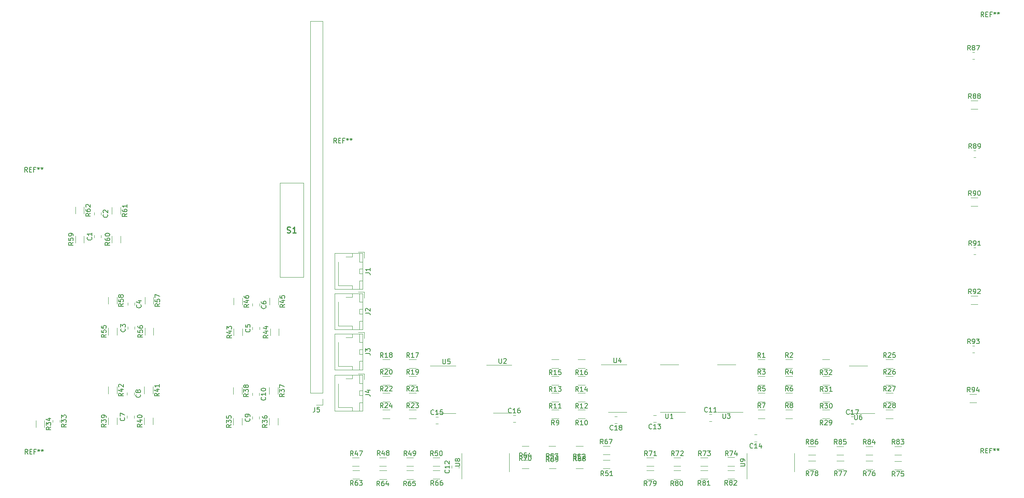
<source format=gbr>
%TF.GenerationSoftware,KiCad,Pcbnew,(5.1.10)-1*%
%TF.CreationDate,2021-10-30T12:16:07-04:00*%
%TF.ProjectId,Control Board,436f6e74-726f-46c2-9042-6f6172642e6b,rev?*%
%TF.SameCoordinates,Original*%
%TF.FileFunction,Legend,Top*%
%TF.FilePolarity,Positive*%
%FSLAX46Y46*%
G04 Gerber Fmt 4.6, Leading zero omitted, Abs format (unit mm)*
G04 Created by KiCad (PCBNEW (5.1.10)-1) date 2021-10-30 12:16:07*
%MOMM*%
%LPD*%
G01*
G04 APERTURE LIST*
%ADD10C,0.120000*%
%ADD11C,0.100000*%
%ADD12C,0.150000*%
%ADD13C,0.254000*%
G04 APERTURE END LIST*
D10*
%TO.C,R94*%
X234958936Y-109685500D02*
X236413064Y-109685500D01*
X234958936Y-107865500D02*
X236413064Y-107865500D01*
%TO.C,R34*%
X36986800Y-113446536D02*
X36986800Y-114900664D01*
X38806800Y-113446536D02*
X38806800Y-114900664D01*
%TO.C,R50*%
X122622264Y-123134800D02*
X121168136Y-123134800D01*
X122622264Y-121314800D02*
X121168136Y-121314800D01*
%TO.C,R47*%
X105501464Y-121314800D02*
X104047336Y-121314800D01*
X105501464Y-123134800D02*
X104047336Y-123134800D01*
%TO.C,R48*%
X111243064Y-121314800D02*
X109788936Y-121314800D01*
X111243064Y-123134800D02*
X109788936Y-123134800D01*
%TO.C,R49*%
X116983464Y-121314800D02*
X115529336Y-121314800D01*
X116983464Y-123134800D02*
X115529336Y-123134800D01*
%TO.C,R63*%
X104124136Y-125827200D02*
X105578264Y-125827200D01*
X104124136Y-124007200D02*
X105578264Y-124007200D01*
%TO.C,R64*%
X109838536Y-124058000D02*
X111292664Y-124058000D01*
X109838536Y-125878000D02*
X111292664Y-125878000D01*
%TO.C,R65*%
X115578936Y-125878000D02*
X117033064Y-125878000D01*
X115578936Y-124058000D02*
X117033064Y-124058000D01*
%TO.C,R66*%
X121166936Y-124007200D02*
X122621064Y-124007200D01*
X121166936Y-125827200D02*
X122621064Y-125827200D01*
%TO.C,C1*%
X49353800Y-74706152D02*
X49353800Y-74183648D01*
X50823800Y-74706152D02*
X50823800Y-74183648D01*
%TO.C,C2*%
X49353800Y-69357648D02*
X49353800Y-69880152D01*
X50823800Y-69357648D02*
X50823800Y-69880152D01*
%TO.C,C3*%
X56440400Y-94111752D02*
X56440400Y-93589248D01*
X57910400Y-94111752D02*
X57910400Y-93589248D01*
%TO.C,C4*%
X56440400Y-88514248D02*
X56440400Y-89036752D01*
X57910400Y-88514248D02*
X57910400Y-89036752D01*
%TO.C,C5*%
X82907200Y-94149852D02*
X82907200Y-93627348D01*
X84377200Y-94149852D02*
X84377200Y-93627348D01*
%TO.C,C6*%
X82907200Y-88674348D02*
X82907200Y-89196852D01*
X84377200Y-88674348D02*
X84377200Y-89196852D01*
%TO.C,C7*%
X56313400Y-112971252D02*
X56313400Y-112448748D01*
X57783400Y-112971252D02*
X57783400Y-112448748D01*
%TO.C,C8*%
X56313400Y-107500748D02*
X56313400Y-108023252D01*
X57783400Y-107500748D02*
X57783400Y-108023252D01*
%TO.C,C9*%
X82843700Y-113151552D02*
X82843700Y-112629048D01*
X84313700Y-113151552D02*
X84313700Y-112629048D01*
%TO.C,C10*%
X82843700Y-107615048D02*
X82843700Y-108137552D01*
X84313700Y-107615048D02*
X84313700Y-108137552D01*
%TO.C,J1*%
X106585200Y-77718800D02*
X105335200Y-77718800D01*
X106585200Y-78968800D02*
X106585200Y-77718800D01*
X101085200Y-84868800D02*
X101085200Y-81818800D01*
X104035200Y-84868800D02*
X101085200Y-84868800D01*
X104035200Y-85618800D02*
X104035200Y-84868800D01*
X101085200Y-81818800D02*
X101085200Y-79828800D01*
X104035200Y-78768800D02*
X102695200Y-78768800D01*
X104035200Y-78018800D02*
X104035200Y-78768800D01*
X106285200Y-85618800D02*
X106285200Y-83818800D01*
X105535200Y-85618800D02*
X106285200Y-85618800D01*
X105535200Y-83818800D02*
X105535200Y-85618800D01*
X106285200Y-83818800D02*
X105535200Y-83818800D01*
X106285200Y-79818800D02*
X106285200Y-78018800D01*
X105535200Y-79818800D02*
X106285200Y-79818800D01*
X105535200Y-78018800D02*
X105535200Y-79818800D01*
X106285200Y-78018800D02*
X105535200Y-78018800D01*
X106285200Y-82318800D02*
X106285200Y-81318800D01*
X105535200Y-82318800D02*
X106285200Y-82318800D01*
X105535200Y-81318800D02*
X105535200Y-82318800D01*
X106285200Y-81318800D02*
X105535200Y-81318800D01*
X106295200Y-85628800D02*
X106295200Y-78008800D01*
X100325200Y-85628800D02*
X106295200Y-85628800D01*
X100325200Y-78008800D02*
X100325200Y-85628800D01*
X106295200Y-78008800D02*
X100325200Y-78008800D01*
%TO.C,J2*%
X106295200Y-86532400D02*
X100325200Y-86532400D01*
X100325200Y-86532400D02*
X100325200Y-94152400D01*
X100325200Y-94152400D02*
X106295200Y-94152400D01*
X106295200Y-94152400D02*
X106295200Y-86532400D01*
X106285200Y-89842400D02*
X105535200Y-89842400D01*
X105535200Y-89842400D02*
X105535200Y-90842400D01*
X105535200Y-90842400D02*
X106285200Y-90842400D01*
X106285200Y-90842400D02*
X106285200Y-89842400D01*
X106285200Y-86542400D02*
X105535200Y-86542400D01*
X105535200Y-86542400D02*
X105535200Y-88342400D01*
X105535200Y-88342400D02*
X106285200Y-88342400D01*
X106285200Y-88342400D02*
X106285200Y-86542400D01*
X106285200Y-92342400D02*
X105535200Y-92342400D01*
X105535200Y-92342400D02*
X105535200Y-94142400D01*
X105535200Y-94142400D02*
X106285200Y-94142400D01*
X106285200Y-94142400D02*
X106285200Y-92342400D01*
X104035200Y-86542400D02*
X104035200Y-87292400D01*
X104035200Y-87292400D02*
X102695200Y-87292400D01*
X101085200Y-90342400D02*
X101085200Y-88352400D01*
X104035200Y-94142400D02*
X104035200Y-93392400D01*
X104035200Y-93392400D02*
X101085200Y-93392400D01*
X101085200Y-93392400D02*
X101085200Y-90342400D01*
X106585200Y-87492400D02*
X106585200Y-86242400D01*
X106585200Y-86242400D02*
X105335200Y-86242400D01*
%TO.C,J3*%
X106585200Y-94776800D02*
X105335200Y-94776800D01*
X106585200Y-96026800D02*
X106585200Y-94776800D01*
X101085200Y-101926800D02*
X101085200Y-98876800D01*
X104035200Y-101926800D02*
X101085200Y-101926800D01*
X104035200Y-102676800D02*
X104035200Y-101926800D01*
X101085200Y-98876800D02*
X101085200Y-96886800D01*
X104035200Y-95826800D02*
X102695200Y-95826800D01*
X104035200Y-95076800D02*
X104035200Y-95826800D01*
X106285200Y-102676800D02*
X106285200Y-100876800D01*
X105535200Y-102676800D02*
X106285200Y-102676800D01*
X105535200Y-100876800D02*
X105535200Y-102676800D01*
X106285200Y-100876800D02*
X105535200Y-100876800D01*
X106285200Y-96876800D02*
X106285200Y-95076800D01*
X105535200Y-96876800D02*
X106285200Y-96876800D01*
X105535200Y-95076800D02*
X105535200Y-96876800D01*
X106285200Y-95076800D02*
X105535200Y-95076800D01*
X106285200Y-99376800D02*
X106285200Y-98376800D01*
X105535200Y-99376800D02*
X106285200Y-99376800D01*
X105535200Y-98376800D02*
X105535200Y-99376800D01*
X106285200Y-98376800D02*
X105535200Y-98376800D01*
X106295200Y-102686800D02*
X106295200Y-95066800D01*
X100325200Y-102686800D02*
X106295200Y-102686800D01*
X100325200Y-95066800D02*
X100325200Y-102686800D01*
X106295200Y-95066800D02*
X100325200Y-95066800D01*
%TO.C,J4*%
X106295200Y-103815200D02*
X100325200Y-103815200D01*
X100325200Y-103815200D02*
X100325200Y-111435200D01*
X100325200Y-111435200D02*
X106295200Y-111435200D01*
X106295200Y-111435200D02*
X106295200Y-103815200D01*
X106285200Y-107125200D02*
X105535200Y-107125200D01*
X105535200Y-107125200D02*
X105535200Y-108125200D01*
X105535200Y-108125200D02*
X106285200Y-108125200D01*
X106285200Y-108125200D02*
X106285200Y-107125200D01*
X106285200Y-103825200D02*
X105535200Y-103825200D01*
X105535200Y-103825200D02*
X105535200Y-105625200D01*
X105535200Y-105625200D02*
X106285200Y-105625200D01*
X106285200Y-105625200D02*
X106285200Y-103825200D01*
X106285200Y-109625200D02*
X105535200Y-109625200D01*
X105535200Y-109625200D02*
X105535200Y-111425200D01*
X105535200Y-111425200D02*
X106285200Y-111425200D01*
X106285200Y-111425200D02*
X106285200Y-109625200D01*
X104035200Y-103825200D02*
X104035200Y-104575200D01*
X104035200Y-104575200D02*
X102695200Y-104575200D01*
X101085200Y-107625200D02*
X101085200Y-105635200D01*
X104035200Y-111425200D02*
X104035200Y-110675200D01*
X104035200Y-110675200D02*
X101085200Y-110675200D01*
X101085200Y-110675200D02*
X101085200Y-107625200D01*
X106585200Y-104775200D02*
X106585200Y-103525200D01*
X106585200Y-103525200D02*
X105335200Y-103525200D01*
%TO.C,J5*%
X97799200Y-28794400D02*
X95139200Y-28794400D01*
X97799200Y-107594400D02*
X97799200Y-28794400D01*
X95139200Y-107594400D02*
X95139200Y-28794400D01*
X97799200Y-107594400D02*
X95139200Y-107594400D01*
X97799200Y-108864400D02*
X97799200Y-110194400D01*
X97799200Y-110194400D02*
X96469200Y-110194400D01*
%TO.C,R1*%
X190052336Y-102357600D02*
X191506464Y-102357600D01*
X190052336Y-100537600D02*
X191506464Y-100537600D01*
%TO.C,R2*%
X195920336Y-100537600D02*
X197374464Y-100537600D01*
X195920336Y-102357600D02*
X197374464Y-102357600D01*
%TO.C,R3*%
X190078336Y-104093600D02*
X191532464Y-104093600D01*
X190078336Y-105913600D02*
X191532464Y-105913600D01*
%TO.C,R4*%
X195920336Y-105913600D02*
X197374464Y-105913600D01*
X195920336Y-104093600D02*
X197374464Y-104093600D01*
%TO.C,R5*%
X190078336Y-107649600D02*
X191532464Y-107649600D01*
X190078336Y-109469600D02*
X191532464Y-109469600D01*
%TO.C,R6*%
X195920336Y-109469600D02*
X197374464Y-109469600D01*
X195920336Y-107649600D02*
X197374464Y-107649600D01*
%TO.C,R7*%
X190078336Y-111205600D02*
X191532464Y-111205600D01*
X190078336Y-113025600D02*
X191532464Y-113025600D01*
%TO.C,R8*%
X195920336Y-113025600D02*
X197374464Y-113025600D01*
X195920336Y-111205600D02*
X197374464Y-111205600D01*
%TO.C,R9*%
X147792464Y-113025600D02*
X146338336Y-113025600D01*
X147792464Y-111205600D02*
X146338336Y-111205600D01*
%TO.C,R10*%
X153380464Y-111205600D02*
X151926336Y-111205600D01*
X153380464Y-113025600D02*
X151926336Y-113025600D01*
%TO.C,R11*%
X147792464Y-109469600D02*
X146338336Y-109469600D01*
X147792464Y-107649600D02*
X146338336Y-107649600D01*
%TO.C,R12*%
X153380464Y-107649600D02*
X151926336Y-107649600D01*
X153380464Y-109469600D02*
X151926336Y-109469600D01*
%TO.C,R13*%
X147792464Y-105913600D02*
X146338336Y-105913600D01*
X147792464Y-104093600D02*
X146338336Y-104093600D01*
%TO.C,R14*%
X153380464Y-104093600D02*
X151926336Y-104093600D01*
X153380464Y-105913600D02*
X151926336Y-105913600D01*
%TO.C,R15*%
X147792464Y-102357600D02*
X146338336Y-102357600D01*
X147792464Y-100537600D02*
X146338336Y-100537600D01*
%TO.C,R16*%
X153380464Y-100537600D02*
X151926336Y-100537600D01*
X153380464Y-102357600D02*
X151926336Y-102357600D01*
%TO.C,R17*%
X116112336Y-100537600D02*
X117566464Y-100537600D01*
X116112336Y-102357600D02*
X117566464Y-102357600D01*
%TO.C,R18*%
X110524336Y-102357600D02*
X111978464Y-102357600D01*
X110524336Y-100537600D02*
X111978464Y-100537600D01*
%TO.C,R19*%
X116112336Y-104093600D02*
X117566464Y-104093600D01*
X116112336Y-105913600D02*
X117566464Y-105913600D01*
%TO.C,R20*%
X110524336Y-105913600D02*
X111978464Y-105913600D01*
X110524336Y-104093600D02*
X111978464Y-104093600D01*
%TO.C,R21*%
X116112336Y-107649600D02*
X117566464Y-107649600D01*
X116112336Y-109469600D02*
X117566464Y-109469600D01*
%TO.C,R22*%
X110524336Y-109469600D02*
X111978464Y-109469600D01*
X110524336Y-107649600D02*
X111978464Y-107649600D01*
%TO.C,R23*%
X116112336Y-111205600D02*
X117566464Y-111205600D01*
X116112336Y-113025600D02*
X117566464Y-113025600D01*
%TO.C,R24*%
X110524336Y-113025600D02*
X111978464Y-113025600D01*
X110524336Y-111205600D02*
X111978464Y-111205600D01*
%TO.C,R25*%
X217204336Y-102357600D02*
X218658464Y-102357600D01*
X217204336Y-100537600D02*
X218658464Y-100537600D01*
%TO.C,R26*%
X217204336Y-104093600D02*
X218658464Y-104093600D01*
X217204336Y-105913600D02*
X218658464Y-105913600D01*
%TO.C,R27*%
X217204336Y-109469600D02*
X218658464Y-109469600D01*
X217204336Y-107649600D02*
X218658464Y-107649600D01*
%TO.C,R28*%
X217204336Y-111205600D02*
X218658464Y-111205600D01*
X217204336Y-113025600D02*
X218658464Y-113025600D01*
%TO.C,R29*%
X205196464Y-113025600D02*
X203742336Y-113025600D01*
X205196464Y-111205600D02*
X203742336Y-111205600D01*
%TO.C,R30*%
X205248464Y-109469600D02*
X203794336Y-109469600D01*
X205248464Y-107649600D02*
X203794336Y-107649600D01*
%TO.C,R31*%
X205248464Y-104093600D02*
X203794336Y-104093600D01*
X205248464Y-105913600D02*
X203794336Y-105913600D01*
%TO.C,R32*%
X205196464Y-102357600D02*
X203742336Y-102357600D01*
X205196464Y-100537600D02*
X203742336Y-100537600D01*
%TO.C,R33*%
X40565400Y-113345736D02*
X40565400Y-113799864D01*
X42035400Y-113345736D02*
X42035400Y-113799864D01*
%TO.C,R35*%
X80678700Y-114405364D02*
X80678700Y-112951236D01*
X78858700Y-114405364D02*
X78858700Y-112951236D01*
%TO.C,R36*%
X88298700Y-114405364D02*
X88298700Y-112951236D01*
X86478700Y-114405364D02*
X86478700Y-112951236D01*
%TO.C,R37*%
X88298700Y-106422236D02*
X88298700Y-107876364D01*
X86478700Y-106422236D02*
X86478700Y-107876364D01*
%TO.C,R38*%
X80678700Y-106422236D02*
X80678700Y-107876364D01*
X78858700Y-106422236D02*
X78858700Y-107876364D01*
%TO.C,R39*%
X54148400Y-114291064D02*
X54148400Y-112836936D01*
X52328400Y-114291064D02*
X52328400Y-112836936D01*
%TO.C,R40*%
X59948400Y-114291064D02*
X59948400Y-112836936D01*
X61768400Y-114291064D02*
X61768400Y-112836936D01*
%TO.C,R41*%
X61768400Y-106307936D02*
X61768400Y-107762064D01*
X59948400Y-106307936D02*
X59948400Y-107762064D01*
%TO.C,R42*%
X54148400Y-106307936D02*
X54148400Y-107762064D01*
X52328400Y-106307936D02*
X52328400Y-107762064D01*
%TO.C,R43*%
X80742200Y-95469664D02*
X80742200Y-94015536D01*
X78922200Y-95469664D02*
X78922200Y-94015536D01*
%TO.C,R44*%
X86669200Y-95469664D02*
X86669200Y-94015536D01*
X88489200Y-95469664D02*
X88489200Y-94015536D01*
%TO.C,R45*%
X88362200Y-87486536D02*
X88362200Y-88940664D01*
X86542200Y-87486536D02*
X86542200Y-88940664D01*
%TO.C,R46*%
X80742200Y-87486536D02*
X80742200Y-88940664D01*
X78922200Y-87486536D02*
X78922200Y-88940664D01*
%TO.C,R51*%
X158638264Y-121822800D02*
X157184136Y-121822800D01*
X158638264Y-123642800D02*
X157184136Y-123642800D01*
%TO.C,R52*%
X152949864Y-123642800D02*
X151495736Y-123642800D01*
X152949864Y-121822800D02*
X151495736Y-121822800D01*
%TO.C,R53*%
X147208264Y-121822800D02*
X145754136Y-121822800D01*
X147208264Y-123642800D02*
X145754136Y-123642800D01*
%TO.C,R54*%
X141467864Y-123642800D02*
X140013736Y-123642800D01*
X141467864Y-121822800D02*
X140013736Y-121822800D01*
%TO.C,R55*%
X54148400Y-95304564D02*
X54148400Y-93850436D01*
X52328400Y-95304564D02*
X52328400Y-93850436D01*
%TO.C,R56*%
X60075400Y-95304564D02*
X60075400Y-93850436D01*
X61895400Y-95304564D02*
X61895400Y-93850436D01*
%TO.C,R57*%
X60075400Y-87321436D02*
X60075400Y-88775564D01*
X61895400Y-87321436D02*
X61895400Y-88775564D01*
%TO.C,R58*%
X54148400Y-87321436D02*
X54148400Y-88775564D01*
X52328400Y-87321436D02*
X52328400Y-88775564D01*
%TO.C,R59*%
X45368800Y-75771964D02*
X45368800Y-74317836D01*
X47188800Y-75771964D02*
X47188800Y-74317836D01*
%TO.C,R60*%
X54935800Y-75771964D02*
X54935800Y-74317836D01*
X53115800Y-75771964D02*
X53115800Y-74317836D01*
%TO.C,R61*%
X54935800Y-68221836D02*
X54935800Y-69675964D01*
X53115800Y-68221836D02*
X53115800Y-69675964D01*
%TO.C,R62*%
X45368800Y-68169836D02*
X45368800Y-69623964D01*
X47188800Y-68169836D02*
X47188800Y-69623964D01*
%TO.C,R67*%
X157184136Y-120696400D02*
X158638264Y-120696400D01*
X157184136Y-118876400D02*
X158638264Y-118876400D01*
%TO.C,R68*%
X151494536Y-118876400D02*
X152948664Y-118876400D01*
X151494536Y-120696400D02*
X152948664Y-120696400D01*
%TO.C,R69*%
X145703336Y-118876400D02*
X147157464Y-118876400D01*
X145703336Y-120696400D02*
X147157464Y-120696400D01*
%TO.C,R70*%
X140013736Y-120696400D02*
X141467864Y-120696400D01*
X140013736Y-118876400D02*
X141467864Y-118876400D01*
%TO.C,R71*%
X167934664Y-123134800D02*
X166480536Y-123134800D01*
X167934664Y-121314800D02*
X166480536Y-121314800D01*
%TO.C,R72*%
X173675064Y-121314800D02*
X172220936Y-121314800D01*
X173675064Y-123134800D02*
X172220936Y-123134800D01*
%TO.C,R73*%
X179365864Y-123134800D02*
X177911736Y-123134800D01*
X179365864Y-121314800D02*
X177911736Y-121314800D01*
%TO.C,R74*%
X185054264Y-121264000D02*
X183600136Y-121264000D01*
X185054264Y-123084000D02*
X183600136Y-123084000D01*
%TO.C,R75*%
X220463064Y-123896800D02*
X219008936Y-123896800D01*
X220463064Y-122076800D02*
X219008936Y-122076800D01*
%TO.C,R76*%
X214367064Y-121975200D02*
X212912936Y-121975200D01*
X214367064Y-123795200D02*
X212912936Y-123795200D01*
%TO.C,R77*%
X208245064Y-123795200D02*
X206790936Y-123795200D01*
X208245064Y-121975200D02*
X206790936Y-121975200D01*
%TO.C,R78*%
X202225864Y-121975200D02*
X200771736Y-121975200D01*
X202225864Y-123795200D02*
X200771736Y-123795200D01*
%TO.C,R79*%
X166480536Y-125878000D02*
X167934664Y-125878000D01*
X166480536Y-124058000D02*
X167934664Y-124058000D01*
%TO.C,R80*%
X172170136Y-124058000D02*
X173624264Y-124058000D01*
X172170136Y-125878000D02*
X173624264Y-125878000D01*
%TO.C,R81*%
X177910536Y-125827200D02*
X179364664Y-125827200D01*
X177910536Y-124007200D02*
X179364664Y-124007200D01*
%TO.C,R82*%
X183600136Y-124007200D02*
X185054264Y-124007200D01*
X183600136Y-125827200D02*
X185054264Y-125827200D01*
%TO.C,R83*%
X219007736Y-118927200D02*
X220461864Y-118927200D01*
X219007736Y-120747200D02*
X220461864Y-120747200D01*
%TO.C,R84*%
X212911736Y-120747200D02*
X214365864Y-120747200D01*
X212911736Y-118927200D02*
X214365864Y-118927200D01*
%TO.C,R85*%
X206764936Y-118927200D02*
X208219064Y-118927200D01*
X206764936Y-120747200D02*
X208219064Y-120747200D01*
%TO.C,R86*%
X200770536Y-120747200D02*
X202224664Y-120747200D01*
X200770536Y-118927200D02*
X202224664Y-118927200D01*
%TO.C,R87*%
X235500936Y-36866500D02*
X235955064Y-36866500D01*
X235500936Y-35396500D02*
X235955064Y-35396500D01*
%TO.C,R88*%
X235212936Y-47455500D02*
X236667064Y-47455500D01*
X235212936Y-45635500D02*
X236667064Y-45635500D01*
%TO.C,R89*%
X235754936Y-56224500D02*
X236209064Y-56224500D01*
X235754936Y-57694500D02*
X236209064Y-57694500D01*
%TO.C,R90*%
X235212936Y-66209500D02*
X236667064Y-66209500D01*
X235212936Y-68029500D02*
X236667064Y-68029500D01*
%TO.C,R91*%
X235754936Y-76798500D02*
X236209064Y-76798500D01*
X235754936Y-78268500D02*
X236209064Y-78268500D01*
%TO.C,R92*%
X235212936Y-88857500D02*
X236667064Y-88857500D01*
X235212936Y-87037500D02*
X236667064Y-87037500D01*
%TO.C,R93*%
X235500936Y-97626500D02*
X235955064Y-97626500D01*
X235500936Y-99096500D02*
X235955064Y-99096500D01*
D11*
%TO.C,S1*%
X88686000Y-83109500D02*
X88686000Y-63109500D01*
X93686000Y-83109500D02*
X88686000Y-83109500D01*
X93686000Y-63109500D02*
X93686000Y-83109500D01*
X88686000Y-63109500D02*
X93686000Y-63109500D01*
D10*
%TO.C,U1*%
X171256400Y-101594600D02*
X169306400Y-101594600D01*
X171256400Y-101594600D02*
X173206400Y-101594600D01*
X171256400Y-111714600D02*
X169306400Y-111714600D01*
X171256400Y-111714600D02*
X174706400Y-111714600D01*
%TO.C,U2*%
X135915400Y-101721600D02*
X132465400Y-101721600D01*
X135915400Y-101721600D02*
X137865400Y-101721600D01*
X135915400Y-111841600D02*
X133965400Y-111841600D01*
X135915400Y-111841600D02*
X137865400Y-111841600D01*
%TO.C,U3*%
X183378400Y-101594600D02*
X181428400Y-101594600D01*
X183378400Y-101594600D02*
X185328400Y-101594600D01*
X183378400Y-111714600D02*
X181428400Y-111714600D01*
X183378400Y-111714600D02*
X186828400Y-111714600D01*
%TO.C,U4*%
X160264400Y-111714600D02*
X162214400Y-111714600D01*
X160264400Y-111714600D02*
X158314400Y-111714600D01*
X160264400Y-101594600D02*
X162214400Y-101594600D01*
X160264400Y-101594600D02*
X156814400Y-101594600D01*
%TO.C,U5*%
X124012400Y-111968600D02*
X125962400Y-111968600D01*
X124012400Y-111968600D02*
X122062400Y-111968600D01*
X124012400Y-101848600D02*
X125962400Y-101848600D01*
X124012400Y-101848600D02*
X120562400Y-101848600D01*
%TO.C,U6*%
X211318400Y-111968600D02*
X214768400Y-111968600D01*
X211318400Y-111968600D02*
X209368400Y-111968600D01*
X211318400Y-101848600D02*
X213268400Y-101848600D01*
X211318400Y-101848600D02*
X209368400Y-101848600D01*
%TO.C,U8*%
X127248600Y-122342200D02*
X127248600Y-125792200D01*
X127248600Y-122342200D02*
X127248600Y-120392200D01*
X137368600Y-122342200D02*
X137368600Y-124292200D01*
X137368600Y-122342200D02*
X137368600Y-120392200D01*
%TO.C,U9*%
X197820600Y-122391400D02*
X197820600Y-120441400D01*
X197820600Y-122391400D02*
X197820600Y-124341400D01*
X187700600Y-122391400D02*
X187700600Y-120441400D01*
X187700600Y-122391400D02*
X187700600Y-125841400D01*
%TO.C,C11*%
X179738348Y-112142600D02*
X180260852Y-112142600D01*
X179738348Y-113612600D02*
X180260852Y-113612600D01*
%TO.C,C12*%
X126617400Y-123568052D02*
X126617400Y-123045548D01*
X125147400Y-123568052D02*
X125147400Y-123045548D01*
%TO.C,C13*%
X168444852Y-113815800D02*
X167922348Y-113815800D01*
X168444852Y-112345800D02*
X167922348Y-112345800D01*
%TO.C,C14*%
X189862052Y-116460600D02*
X189339548Y-116460600D01*
X189862052Y-117930600D02*
X189339548Y-117930600D01*
%TO.C,C15*%
X121724748Y-112701400D02*
X122247252Y-112701400D01*
X121724748Y-114171400D02*
X122247252Y-114171400D01*
%TO.C,C16*%
X138133148Y-113815800D02*
X138655652Y-113815800D01*
X138133148Y-112345800D02*
X138655652Y-112345800D01*
%TO.C,C17*%
X209811948Y-114120600D02*
X210334452Y-114120600D01*
X209811948Y-112650600D02*
X210334452Y-112650600D01*
%TO.C,C18*%
X160215252Y-114069800D02*
X159692748Y-114069800D01*
X160215252Y-112599800D02*
X159692748Y-112599800D01*
%TO.C,REF\u002A\u002A*%
D12*
X100723866Y-54621580D02*
X100390533Y-54145390D01*
X100152438Y-54621580D02*
X100152438Y-53621580D01*
X100533390Y-53621580D01*
X100628628Y-53669200D01*
X100676247Y-53716819D01*
X100723866Y-53812057D01*
X100723866Y-53954914D01*
X100676247Y-54050152D01*
X100628628Y-54097771D01*
X100533390Y-54145390D01*
X100152438Y-54145390D01*
X101152438Y-54097771D02*
X101485771Y-54097771D01*
X101628628Y-54621580D02*
X101152438Y-54621580D01*
X101152438Y-53621580D01*
X101628628Y-53621580D01*
X102390533Y-54097771D02*
X102057200Y-54097771D01*
X102057200Y-54621580D02*
X102057200Y-53621580D01*
X102533390Y-53621580D01*
X103057200Y-53621580D02*
X103057200Y-53859676D01*
X102819104Y-53764438D02*
X103057200Y-53859676D01*
X103295295Y-53764438D01*
X102914342Y-54050152D02*
X103057200Y-53859676D01*
X103200057Y-54050152D01*
X103819104Y-53621580D02*
X103819104Y-53859676D01*
X103581009Y-53764438D02*
X103819104Y-53859676D01*
X104057200Y-53764438D01*
X103676247Y-54050152D02*
X103819104Y-53859676D01*
X103961961Y-54050152D01*
%TO.C,R94*%
X235043142Y-107407880D02*
X234709809Y-106931690D01*
X234471714Y-107407880D02*
X234471714Y-106407880D01*
X234852666Y-106407880D01*
X234947904Y-106455500D01*
X234995523Y-106503119D01*
X235043142Y-106598357D01*
X235043142Y-106741214D01*
X234995523Y-106836452D01*
X234947904Y-106884071D01*
X234852666Y-106931690D01*
X234471714Y-106931690D01*
X235519333Y-107407880D02*
X235709809Y-107407880D01*
X235805047Y-107360261D01*
X235852666Y-107312642D01*
X235947904Y-107169785D01*
X235995523Y-106979309D01*
X235995523Y-106598357D01*
X235947904Y-106503119D01*
X235900285Y-106455500D01*
X235805047Y-106407880D01*
X235614571Y-106407880D01*
X235519333Y-106455500D01*
X235471714Y-106503119D01*
X235424095Y-106598357D01*
X235424095Y-106836452D01*
X235471714Y-106931690D01*
X235519333Y-106979309D01*
X235614571Y-107026928D01*
X235805047Y-107026928D01*
X235900285Y-106979309D01*
X235947904Y-106931690D01*
X235995523Y-106836452D01*
X236852666Y-106741214D02*
X236852666Y-107407880D01*
X236614571Y-106360261D02*
X236376476Y-107074547D01*
X236995523Y-107074547D01*
%TO.C,R34*%
X40169180Y-114816457D02*
X39692990Y-115149790D01*
X40169180Y-115387885D02*
X39169180Y-115387885D01*
X39169180Y-115006933D01*
X39216800Y-114911695D01*
X39264419Y-114864076D01*
X39359657Y-114816457D01*
X39502514Y-114816457D01*
X39597752Y-114864076D01*
X39645371Y-114911695D01*
X39692990Y-115006933D01*
X39692990Y-115387885D01*
X39169180Y-114483123D02*
X39169180Y-113864076D01*
X39550133Y-114197409D01*
X39550133Y-114054552D01*
X39597752Y-113959314D01*
X39645371Y-113911695D01*
X39740609Y-113864076D01*
X39978704Y-113864076D01*
X40073942Y-113911695D01*
X40121561Y-113959314D01*
X40169180Y-114054552D01*
X40169180Y-114340266D01*
X40121561Y-114435504D01*
X40073942Y-114483123D01*
X39502514Y-113006933D02*
X40169180Y-113006933D01*
X39121561Y-113245028D02*
X39835847Y-113483123D01*
X39835847Y-112864076D01*
%TO.C,R50*%
X121226342Y-120899180D02*
X120893009Y-120422990D01*
X120654914Y-120899180D02*
X120654914Y-119899180D01*
X121035866Y-119899180D01*
X121131104Y-119946800D01*
X121178723Y-119994419D01*
X121226342Y-120089657D01*
X121226342Y-120232514D01*
X121178723Y-120327752D01*
X121131104Y-120375371D01*
X121035866Y-120422990D01*
X120654914Y-120422990D01*
X122131104Y-119899180D02*
X121654914Y-119899180D01*
X121607295Y-120375371D01*
X121654914Y-120327752D01*
X121750152Y-120280133D01*
X121988247Y-120280133D01*
X122083485Y-120327752D01*
X122131104Y-120375371D01*
X122178723Y-120470609D01*
X122178723Y-120708704D01*
X122131104Y-120803942D01*
X122083485Y-120851561D01*
X121988247Y-120899180D01*
X121750152Y-120899180D01*
X121654914Y-120851561D01*
X121607295Y-120803942D01*
X122797771Y-119899180D02*
X122893009Y-119899180D01*
X122988247Y-119946800D01*
X123035866Y-119994419D01*
X123083485Y-120089657D01*
X123131104Y-120280133D01*
X123131104Y-120518228D01*
X123083485Y-120708704D01*
X123035866Y-120803942D01*
X122988247Y-120851561D01*
X122893009Y-120899180D01*
X122797771Y-120899180D01*
X122702533Y-120851561D01*
X122654914Y-120803942D01*
X122607295Y-120708704D01*
X122559676Y-120518228D01*
X122559676Y-120280133D01*
X122607295Y-120089657D01*
X122654914Y-119994419D01*
X122702533Y-119946800D01*
X122797771Y-119899180D01*
%TO.C,R47*%
X104259142Y-120899180D02*
X103925809Y-120422990D01*
X103687714Y-120899180D02*
X103687714Y-119899180D01*
X104068666Y-119899180D01*
X104163904Y-119946800D01*
X104211523Y-119994419D01*
X104259142Y-120089657D01*
X104259142Y-120232514D01*
X104211523Y-120327752D01*
X104163904Y-120375371D01*
X104068666Y-120422990D01*
X103687714Y-120422990D01*
X105116285Y-120232514D02*
X105116285Y-120899180D01*
X104878190Y-119851561D02*
X104640095Y-120565847D01*
X105259142Y-120565847D01*
X105544857Y-119899180D02*
X106211523Y-119899180D01*
X105782952Y-120899180D01*
%TO.C,R48*%
X109948742Y-120848380D02*
X109615409Y-120372190D01*
X109377314Y-120848380D02*
X109377314Y-119848380D01*
X109758266Y-119848380D01*
X109853504Y-119896000D01*
X109901123Y-119943619D01*
X109948742Y-120038857D01*
X109948742Y-120181714D01*
X109901123Y-120276952D01*
X109853504Y-120324571D01*
X109758266Y-120372190D01*
X109377314Y-120372190D01*
X110805885Y-120181714D02*
X110805885Y-120848380D01*
X110567790Y-119800761D02*
X110329695Y-120515047D01*
X110948742Y-120515047D01*
X111472552Y-120276952D02*
X111377314Y-120229333D01*
X111329695Y-120181714D01*
X111282076Y-120086476D01*
X111282076Y-120038857D01*
X111329695Y-119943619D01*
X111377314Y-119896000D01*
X111472552Y-119848380D01*
X111663028Y-119848380D01*
X111758266Y-119896000D01*
X111805885Y-119943619D01*
X111853504Y-120038857D01*
X111853504Y-120086476D01*
X111805885Y-120181714D01*
X111758266Y-120229333D01*
X111663028Y-120276952D01*
X111472552Y-120276952D01*
X111377314Y-120324571D01*
X111329695Y-120372190D01*
X111282076Y-120467428D01*
X111282076Y-120657904D01*
X111329695Y-120753142D01*
X111377314Y-120800761D01*
X111472552Y-120848380D01*
X111663028Y-120848380D01*
X111758266Y-120800761D01*
X111805885Y-120753142D01*
X111853504Y-120657904D01*
X111853504Y-120467428D01*
X111805885Y-120372190D01*
X111758266Y-120324571D01*
X111663028Y-120276952D01*
%TO.C,R49*%
X115613542Y-120899180D02*
X115280209Y-120422990D01*
X115042114Y-120899180D02*
X115042114Y-119899180D01*
X115423066Y-119899180D01*
X115518304Y-119946800D01*
X115565923Y-119994419D01*
X115613542Y-120089657D01*
X115613542Y-120232514D01*
X115565923Y-120327752D01*
X115518304Y-120375371D01*
X115423066Y-120422990D01*
X115042114Y-120422990D01*
X116470685Y-120232514D02*
X116470685Y-120899180D01*
X116232590Y-119851561D02*
X115994495Y-120565847D01*
X116613542Y-120565847D01*
X117042114Y-120899180D02*
X117232590Y-120899180D01*
X117327828Y-120851561D01*
X117375447Y-120803942D01*
X117470685Y-120661085D01*
X117518304Y-120470609D01*
X117518304Y-120089657D01*
X117470685Y-119994419D01*
X117423066Y-119946800D01*
X117327828Y-119899180D01*
X117137352Y-119899180D01*
X117042114Y-119946800D01*
X116994495Y-119994419D01*
X116946876Y-120089657D01*
X116946876Y-120327752D01*
X116994495Y-120422990D01*
X117042114Y-120470609D01*
X117137352Y-120518228D01*
X117327828Y-120518228D01*
X117423066Y-120470609D01*
X117470685Y-120422990D01*
X117518304Y-120327752D01*
%TO.C,R63*%
X104259142Y-127198380D02*
X103925809Y-126722190D01*
X103687714Y-127198380D02*
X103687714Y-126198380D01*
X104068666Y-126198380D01*
X104163904Y-126246000D01*
X104211523Y-126293619D01*
X104259142Y-126388857D01*
X104259142Y-126531714D01*
X104211523Y-126626952D01*
X104163904Y-126674571D01*
X104068666Y-126722190D01*
X103687714Y-126722190D01*
X105116285Y-126198380D02*
X104925809Y-126198380D01*
X104830571Y-126246000D01*
X104782952Y-126293619D01*
X104687714Y-126436476D01*
X104640095Y-126626952D01*
X104640095Y-127007904D01*
X104687714Y-127103142D01*
X104735333Y-127150761D01*
X104830571Y-127198380D01*
X105021047Y-127198380D01*
X105116285Y-127150761D01*
X105163904Y-127103142D01*
X105211523Y-127007904D01*
X105211523Y-126769809D01*
X105163904Y-126674571D01*
X105116285Y-126626952D01*
X105021047Y-126579333D01*
X104830571Y-126579333D01*
X104735333Y-126626952D01*
X104687714Y-126674571D01*
X104640095Y-126769809D01*
X105544857Y-126198380D02*
X106163904Y-126198380D01*
X105830571Y-126579333D01*
X105973428Y-126579333D01*
X106068666Y-126626952D01*
X106116285Y-126674571D01*
X106163904Y-126769809D01*
X106163904Y-127007904D01*
X106116285Y-127103142D01*
X106068666Y-127150761D01*
X105973428Y-127198380D01*
X105687714Y-127198380D01*
X105592476Y-127150761D01*
X105544857Y-127103142D01*
%TO.C,R64*%
X109847142Y-127299980D02*
X109513809Y-126823790D01*
X109275714Y-127299980D02*
X109275714Y-126299980D01*
X109656666Y-126299980D01*
X109751904Y-126347600D01*
X109799523Y-126395219D01*
X109847142Y-126490457D01*
X109847142Y-126633314D01*
X109799523Y-126728552D01*
X109751904Y-126776171D01*
X109656666Y-126823790D01*
X109275714Y-126823790D01*
X110704285Y-126299980D02*
X110513809Y-126299980D01*
X110418571Y-126347600D01*
X110370952Y-126395219D01*
X110275714Y-126538076D01*
X110228095Y-126728552D01*
X110228095Y-127109504D01*
X110275714Y-127204742D01*
X110323333Y-127252361D01*
X110418571Y-127299980D01*
X110609047Y-127299980D01*
X110704285Y-127252361D01*
X110751904Y-127204742D01*
X110799523Y-127109504D01*
X110799523Y-126871409D01*
X110751904Y-126776171D01*
X110704285Y-126728552D01*
X110609047Y-126680933D01*
X110418571Y-126680933D01*
X110323333Y-126728552D01*
X110275714Y-126776171D01*
X110228095Y-126871409D01*
X111656666Y-126633314D02*
X111656666Y-127299980D01*
X111418571Y-126252361D02*
X111180476Y-126966647D01*
X111799523Y-126966647D01*
%TO.C,R65*%
X115536742Y-127299980D02*
X115203409Y-126823790D01*
X114965314Y-127299980D02*
X114965314Y-126299980D01*
X115346266Y-126299980D01*
X115441504Y-126347600D01*
X115489123Y-126395219D01*
X115536742Y-126490457D01*
X115536742Y-126633314D01*
X115489123Y-126728552D01*
X115441504Y-126776171D01*
X115346266Y-126823790D01*
X114965314Y-126823790D01*
X116393885Y-126299980D02*
X116203409Y-126299980D01*
X116108171Y-126347600D01*
X116060552Y-126395219D01*
X115965314Y-126538076D01*
X115917695Y-126728552D01*
X115917695Y-127109504D01*
X115965314Y-127204742D01*
X116012933Y-127252361D01*
X116108171Y-127299980D01*
X116298647Y-127299980D01*
X116393885Y-127252361D01*
X116441504Y-127204742D01*
X116489123Y-127109504D01*
X116489123Y-126871409D01*
X116441504Y-126776171D01*
X116393885Y-126728552D01*
X116298647Y-126680933D01*
X116108171Y-126680933D01*
X116012933Y-126728552D01*
X115965314Y-126776171D01*
X115917695Y-126871409D01*
X117393885Y-126299980D02*
X116917695Y-126299980D01*
X116870076Y-126776171D01*
X116917695Y-126728552D01*
X117012933Y-126680933D01*
X117251028Y-126680933D01*
X117346266Y-126728552D01*
X117393885Y-126776171D01*
X117441504Y-126871409D01*
X117441504Y-127109504D01*
X117393885Y-127204742D01*
X117346266Y-127252361D01*
X117251028Y-127299980D01*
X117012933Y-127299980D01*
X116917695Y-127252361D01*
X116870076Y-127204742D01*
%TO.C,R66*%
X121327942Y-127198380D02*
X120994609Y-126722190D01*
X120756514Y-127198380D02*
X120756514Y-126198380D01*
X121137466Y-126198380D01*
X121232704Y-126246000D01*
X121280323Y-126293619D01*
X121327942Y-126388857D01*
X121327942Y-126531714D01*
X121280323Y-126626952D01*
X121232704Y-126674571D01*
X121137466Y-126722190D01*
X120756514Y-126722190D01*
X122185085Y-126198380D02*
X121994609Y-126198380D01*
X121899371Y-126246000D01*
X121851752Y-126293619D01*
X121756514Y-126436476D01*
X121708895Y-126626952D01*
X121708895Y-127007904D01*
X121756514Y-127103142D01*
X121804133Y-127150761D01*
X121899371Y-127198380D01*
X122089847Y-127198380D01*
X122185085Y-127150761D01*
X122232704Y-127103142D01*
X122280323Y-127007904D01*
X122280323Y-126769809D01*
X122232704Y-126674571D01*
X122185085Y-126626952D01*
X122089847Y-126579333D01*
X121899371Y-126579333D01*
X121804133Y-126626952D01*
X121756514Y-126674571D01*
X121708895Y-126769809D01*
X123137466Y-126198380D02*
X122946990Y-126198380D01*
X122851752Y-126246000D01*
X122804133Y-126293619D01*
X122708895Y-126436476D01*
X122661276Y-126626952D01*
X122661276Y-127007904D01*
X122708895Y-127103142D01*
X122756514Y-127150761D01*
X122851752Y-127198380D01*
X123042228Y-127198380D01*
X123137466Y-127150761D01*
X123185085Y-127103142D01*
X123232704Y-127007904D01*
X123232704Y-126769809D01*
X123185085Y-126674571D01*
X123137466Y-126626952D01*
X123042228Y-126579333D01*
X122851752Y-126579333D01*
X122756514Y-126626952D01*
X122708895Y-126674571D01*
X122661276Y-126769809D01*
%TO.C,REF\u002A\u002A*%
X237934666Y-27875380D02*
X237601333Y-27399190D01*
X237363238Y-27875380D02*
X237363238Y-26875380D01*
X237744190Y-26875380D01*
X237839428Y-26923000D01*
X237887047Y-26970619D01*
X237934666Y-27065857D01*
X237934666Y-27208714D01*
X237887047Y-27303952D01*
X237839428Y-27351571D01*
X237744190Y-27399190D01*
X237363238Y-27399190D01*
X238363238Y-27351571D02*
X238696571Y-27351571D01*
X238839428Y-27875380D02*
X238363238Y-27875380D01*
X238363238Y-26875380D01*
X238839428Y-26875380D01*
X239601333Y-27351571D02*
X239268000Y-27351571D01*
X239268000Y-27875380D02*
X239268000Y-26875380D01*
X239744190Y-26875380D01*
X240268000Y-26875380D02*
X240268000Y-27113476D01*
X240029904Y-27018238D02*
X240268000Y-27113476D01*
X240506095Y-27018238D01*
X240125142Y-27303952D02*
X240268000Y-27113476D01*
X240410857Y-27303952D01*
X241029904Y-26875380D02*
X241029904Y-27113476D01*
X240791809Y-27018238D02*
X241029904Y-27113476D01*
X241268000Y-27018238D01*
X240887047Y-27303952D02*
X241029904Y-27113476D01*
X241172761Y-27303952D01*
X35193466Y-60768380D02*
X34860133Y-60292190D01*
X34622038Y-60768380D02*
X34622038Y-59768380D01*
X35002990Y-59768380D01*
X35098228Y-59816000D01*
X35145847Y-59863619D01*
X35193466Y-59958857D01*
X35193466Y-60101714D01*
X35145847Y-60196952D01*
X35098228Y-60244571D01*
X35002990Y-60292190D01*
X34622038Y-60292190D01*
X35622038Y-60244571D02*
X35955371Y-60244571D01*
X36098228Y-60768380D02*
X35622038Y-60768380D01*
X35622038Y-59768380D01*
X36098228Y-59768380D01*
X36860133Y-60244571D02*
X36526800Y-60244571D01*
X36526800Y-60768380D02*
X36526800Y-59768380D01*
X37002990Y-59768380D01*
X37526800Y-59768380D02*
X37526800Y-60006476D01*
X37288704Y-59911238D02*
X37526800Y-60006476D01*
X37764895Y-59911238D01*
X37383942Y-60196952D02*
X37526800Y-60006476D01*
X37669657Y-60196952D01*
X38288704Y-59768380D02*
X38288704Y-60006476D01*
X38050609Y-59911238D02*
X38288704Y-60006476D01*
X38526800Y-59911238D01*
X38145847Y-60196952D02*
X38288704Y-60006476D01*
X38431561Y-60196952D01*
X35269666Y-120558380D02*
X34936333Y-120082190D01*
X34698238Y-120558380D02*
X34698238Y-119558380D01*
X35079190Y-119558380D01*
X35174428Y-119606000D01*
X35222047Y-119653619D01*
X35269666Y-119748857D01*
X35269666Y-119891714D01*
X35222047Y-119986952D01*
X35174428Y-120034571D01*
X35079190Y-120082190D01*
X34698238Y-120082190D01*
X35698238Y-120034571D02*
X36031571Y-120034571D01*
X36174428Y-120558380D02*
X35698238Y-120558380D01*
X35698238Y-119558380D01*
X36174428Y-119558380D01*
X36936333Y-120034571D02*
X36603000Y-120034571D01*
X36603000Y-120558380D02*
X36603000Y-119558380D01*
X37079190Y-119558380D01*
X37603000Y-119558380D02*
X37603000Y-119796476D01*
X37364904Y-119701238D02*
X37603000Y-119796476D01*
X37841095Y-119701238D01*
X37460142Y-119986952D02*
X37603000Y-119796476D01*
X37745857Y-119986952D01*
X38364904Y-119558380D02*
X38364904Y-119796476D01*
X38126809Y-119701238D02*
X38364904Y-119796476D01*
X38603000Y-119701238D01*
X38222047Y-119986952D02*
X38364904Y-119796476D01*
X38507761Y-119986952D01*
X237883866Y-120356780D02*
X237550533Y-119880590D01*
X237312438Y-120356780D02*
X237312438Y-119356780D01*
X237693390Y-119356780D01*
X237788628Y-119404400D01*
X237836247Y-119452019D01*
X237883866Y-119547257D01*
X237883866Y-119690114D01*
X237836247Y-119785352D01*
X237788628Y-119832971D01*
X237693390Y-119880590D01*
X237312438Y-119880590D01*
X238312438Y-119832971D02*
X238645771Y-119832971D01*
X238788628Y-120356780D02*
X238312438Y-120356780D01*
X238312438Y-119356780D01*
X238788628Y-119356780D01*
X239550533Y-119832971D02*
X239217200Y-119832971D01*
X239217200Y-120356780D02*
X239217200Y-119356780D01*
X239693390Y-119356780D01*
X240217200Y-119356780D02*
X240217200Y-119594876D01*
X239979104Y-119499638D02*
X240217200Y-119594876D01*
X240455295Y-119499638D01*
X240074342Y-119785352D02*
X240217200Y-119594876D01*
X240360057Y-119785352D01*
X240979104Y-119356780D02*
X240979104Y-119594876D01*
X240741009Y-119499638D02*
X240979104Y-119594876D01*
X241217200Y-119499638D01*
X240836247Y-119785352D02*
X240979104Y-119594876D01*
X241121961Y-119785352D01*
%TO.C,C1*%
X48765942Y-74611566D02*
X48813561Y-74659185D01*
X48861180Y-74802042D01*
X48861180Y-74897280D01*
X48813561Y-75040138D01*
X48718323Y-75135376D01*
X48623085Y-75182995D01*
X48432609Y-75230614D01*
X48289752Y-75230614D01*
X48099276Y-75182995D01*
X48004038Y-75135376D01*
X47908800Y-75040138D01*
X47861180Y-74897280D01*
X47861180Y-74802042D01*
X47908800Y-74659185D01*
X47956419Y-74611566D01*
X48861180Y-73659185D02*
X48861180Y-74230614D01*
X48861180Y-73944900D02*
X47861180Y-73944900D01*
X48004038Y-74040138D01*
X48099276Y-74135376D01*
X48146895Y-74230614D01*
%TO.C,C2*%
X52125942Y-69785566D02*
X52173561Y-69833185D01*
X52221180Y-69976042D01*
X52221180Y-70071280D01*
X52173561Y-70214138D01*
X52078323Y-70309376D01*
X51983085Y-70356995D01*
X51792609Y-70404614D01*
X51649752Y-70404614D01*
X51459276Y-70356995D01*
X51364038Y-70309376D01*
X51268800Y-70214138D01*
X51221180Y-70071280D01*
X51221180Y-69976042D01*
X51268800Y-69833185D01*
X51316419Y-69785566D01*
X51316419Y-69404614D02*
X51268800Y-69356995D01*
X51221180Y-69261757D01*
X51221180Y-69023661D01*
X51268800Y-68928423D01*
X51316419Y-68880804D01*
X51411657Y-68833185D01*
X51506895Y-68833185D01*
X51649752Y-68880804D01*
X52221180Y-69452233D01*
X52221180Y-68833185D01*
%TO.C,C3*%
X55852542Y-94017166D02*
X55900161Y-94064785D01*
X55947780Y-94207642D01*
X55947780Y-94302880D01*
X55900161Y-94445738D01*
X55804923Y-94540976D01*
X55709685Y-94588595D01*
X55519209Y-94636214D01*
X55376352Y-94636214D01*
X55185876Y-94588595D01*
X55090638Y-94540976D01*
X54995400Y-94445738D01*
X54947780Y-94302880D01*
X54947780Y-94207642D01*
X54995400Y-94064785D01*
X55043019Y-94017166D01*
X54947780Y-93683833D02*
X54947780Y-93064785D01*
X55328733Y-93398119D01*
X55328733Y-93255261D01*
X55376352Y-93160023D01*
X55423971Y-93112404D01*
X55519209Y-93064785D01*
X55757304Y-93064785D01*
X55852542Y-93112404D01*
X55900161Y-93160023D01*
X55947780Y-93255261D01*
X55947780Y-93540976D01*
X55900161Y-93636214D01*
X55852542Y-93683833D01*
%TO.C,C4*%
X59212542Y-88942166D02*
X59260161Y-88989785D01*
X59307780Y-89132642D01*
X59307780Y-89227880D01*
X59260161Y-89370738D01*
X59164923Y-89465976D01*
X59069685Y-89513595D01*
X58879209Y-89561214D01*
X58736352Y-89561214D01*
X58545876Y-89513595D01*
X58450638Y-89465976D01*
X58355400Y-89370738D01*
X58307780Y-89227880D01*
X58307780Y-89132642D01*
X58355400Y-88989785D01*
X58403019Y-88942166D01*
X58641114Y-88085023D02*
X59307780Y-88085023D01*
X58260161Y-88323119D02*
X58974447Y-88561214D01*
X58974447Y-87942166D01*
%TO.C,C5*%
X82319342Y-94055266D02*
X82366961Y-94102885D01*
X82414580Y-94245742D01*
X82414580Y-94340980D01*
X82366961Y-94483838D01*
X82271723Y-94579076D01*
X82176485Y-94626695D01*
X81986009Y-94674314D01*
X81843152Y-94674314D01*
X81652676Y-94626695D01*
X81557438Y-94579076D01*
X81462200Y-94483838D01*
X81414580Y-94340980D01*
X81414580Y-94245742D01*
X81462200Y-94102885D01*
X81509819Y-94055266D01*
X81414580Y-93150504D02*
X81414580Y-93626695D01*
X81890771Y-93674314D01*
X81843152Y-93626695D01*
X81795533Y-93531457D01*
X81795533Y-93293361D01*
X81843152Y-93198123D01*
X81890771Y-93150504D01*
X81986009Y-93102885D01*
X82224104Y-93102885D01*
X82319342Y-93150504D01*
X82366961Y-93198123D01*
X82414580Y-93293361D01*
X82414580Y-93531457D01*
X82366961Y-93626695D01*
X82319342Y-93674314D01*
%TO.C,C6*%
X85679342Y-89102266D02*
X85726961Y-89149885D01*
X85774580Y-89292742D01*
X85774580Y-89387980D01*
X85726961Y-89530838D01*
X85631723Y-89626076D01*
X85536485Y-89673695D01*
X85346009Y-89721314D01*
X85203152Y-89721314D01*
X85012676Y-89673695D01*
X84917438Y-89626076D01*
X84822200Y-89530838D01*
X84774580Y-89387980D01*
X84774580Y-89292742D01*
X84822200Y-89149885D01*
X84869819Y-89102266D01*
X84774580Y-88245123D02*
X84774580Y-88435600D01*
X84822200Y-88530838D01*
X84869819Y-88578457D01*
X85012676Y-88673695D01*
X85203152Y-88721314D01*
X85584104Y-88721314D01*
X85679342Y-88673695D01*
X85726961Y-88626076D01*
X85774580Y-88530838D01*
X85774580Y-88340361D01*
X85726961Y-88245123D01*
X85679342Y-88197504D01*
X85584104Y-88149885D01*
X85346009Y-88149885D01*
X85250771Y-88197504D01*
X85203152Y-88245123D01*
X85155533Y-88340361D01*
X85155533Y-88530838D01*
X85203152Y-88626076D01*
X85250771Y-88673695D01*
X85346009Y-88721314D01*
%TO.C,C7*%
X55725542Y-112876666D02*
X55773161Y-112924285D01*
X55820780Y-113067142D01*
X55820780Y-113162380D01*
X55773161Y-113305238D01*
X55677923Y-113400476D01*
X55582685Y-113448095D01*
X55392209Y-113495714D01*
X55249352Y-113495714D01*
X55058876Y-113448095D01*
X54963638Y-113400476D01*
X54868400Y-113305238D01*
X54820780Y-113162380D01*
X54820780Y-113067142D01*
X54868400Y-112924285D01*
X54916019Y-112876666D01*
X54820780Y-112543333D02*
X54820780Y-111876666D01*
X55820780Y-112305238D01*
%TO.C,C8*%
X59085542Y-107928666D02*
X59133161Y-107976285D01*
X59180780Y-108119142D01*
X59180780Y-108214380D01*
X59133161Y-108357238D01*
X59037923Y-108452476D01*
X58942685Y-108500095D01*
X58752209Y-108547714D01*
X58609352Y-108547714D01*
X58418876Y-108500095D01*
X58323638Y-108452476D01*
X58228400Y-108357238D01*
X58180780Y-108214380D01*
X58180780Y-108119142D01*
X58228400Y-107976285D01*
X58276019Y-107928666D01*
X58609352Y-107357238D02*
X58561733Y-107452476D01*
X58514114Y-107500095D01*
X58418876Y-107547714D01*
X58371257Y-107547714D01*
X58276019Y-107500095D01*
X58228400Y-107452476D01*
X58180780Y-107357238D01*
X58180780Y-107166761D01*
X58228400Y-107071523D01*
X58276019Y-107023904D01*
X58371257Y-106976285D01*
X58418876Y-106976285D01*
X58514114Y-107023904D01*
X58561733Y-107071523D01*
X58609352Y-107166761D01*
X58609352Y-107357238D01*
X58656971Y-107452476D01*
X58704590Y-107500095D01*
X58799828Y-107547714D01*
X58990304Y-107547714D01*
X59085542Y-107500095D01*
X59133161Y-107452476D01*
X59180780Y-107357238D01*
X59180780Y-107166761D01*
X59133161Y-107071523D01*
X59085542Y-107023904D01*
X58990304Y-106976285D01*
X58799828Y-106976285D01*
X58704590Y-107023904D01*
X58656971Y-107071523D01*
X58609352Y-107166761D01*
%TO.C,C9*%
X82255842Y-113056966D02*
X82303461Y-113104585D01*
X82351080Y-113247442D01*
X82351080Y-113342680D01*
X82303461Y-113485538D01*
X82208223Y-113580776D01*
X82112985Y-113628395D01*
X81922509Y-113676014D01*
X81779652Y-113676014D01*
X81589176Y-113628395D01*
X81493938Y-113580776D01*
X81398700Y-113485538D01*
X81351080Y-113342680D01*
X81351080Y-113247442D01*
X81398700Y-113104585D01*
X81446319Y-113056966D01*
X82351080Y-112580776D02*
X82351080Y-112390300D01*
X82303461Y-112295061D01*
X82255842Y-112247442D01*
X82112985Y-112152204D01*
X81922509Y-112104585D01*
X81541557Y-112104585D01*
X81446319Y-112152204D01*
X81398700Y-112199823D01*
X81351080Y-112295061D01*
X81351080Y-112485538D01*
X81398700Y-112580776D01*
X81446319Y-112628395D01*
X81541557Y-112676014D01*
X81779652Y-112676014D01*
X81874890Y-112628395D01*
X81922509Y-112580776D01*
X81970128Y-112485538D01*
X81970128Y-112295061D01*
X81922509Y-112199823D01*
X81874890Y-112152204D01*
X81779652Y-112104585D01*
%TO.C,C10*%
X85615842Y-108519157D02*
X85663461Y-108566776D01*
X85711080Y-108709633D01*
X85711080Y-108804871D01*
X85663461Y-108947728D01*
X85568223Y-109042966D01*
X85472985Y-109090585D01*
X85282509Y-109138204D01*
X85139652Y-109138204D01*
X84949176Y-109090585D01*
X84853938Y-109042966D01*
X84758700Y-108947728D01*
X84711080Y-108804871D01*
X84711080Y-108709633D01*
X84758700Y-108566776D01*
X84806319Y-108519157D01*
X85711080Y-107566776D02*
X85711080Y-108138204D01*
X85711080Y-107852490D02*
X84711080Y-107852490D01*
X84853938Y-107947728D01*
X84949176Y-108042966D01*
X84996795Y-108138204D01*
X84711080Y-106947728D02*
X84711080Y-106852490D01*
X84758700Y-106757252D01*
X84806319Y-106709633D01*
X84901557Y-106662014D01*
X85092033Y-106614395D01*
X85330128Y-106614395D01*
X85520604Y-106662014D01*
X85615842Y-106709633D01*
X85663461Y-106757252D01*
X85711080Y-106852490D01*
X85711080Y-106947728D01*
X85663461Y-107042966D01*
X85615842Y-107090585D01*
X85520604Y-107138204D01*
X85330128Y-107185823D01*
X85092033Y-107185823D01*
X84901557Y-107138204D01*
X84806319Y-107090585D01*
X84758700Y-107042966D01*
X84711080Y-106947728D01*
%TO.C,J1*%
X106837580Y-82152133D02*
X107551866Y-82152133D01*
X107694723Y-82199752D01*
X107789961Y-82294990D01*
X107837580Y-82437847D01*
X107837580Y-82533085D01*
X107837580Y-81152133D02*
X107837580Y-81723561D01*
X107837580Y-81437847D02*
X106837580Y-81437847D01*
X106980438Y-81533085D01*
X107075676Y-81628323D01*
X107123295Y-81723561D01*
%TO.C,J2*%
X106837580Y-90675733D02*
X107551866Y-90675733D01*
X107694723Y-90723352D01*
X107789961Y-90818590D01*
X107837580Y-90961447D01*
X107837580Y-91056685D01*
X106932819Y-90247161D02*
X106885200Y-90199542D01*
X106837580Y-90104304D01*
X106837580Y-89866209D01*
X106885200Y-89770971D01*
X106932819Y-89723352D01*
X107028057Y-89675733D01*
X107123295Y-89675733D01*
X107266152Y-89723352D01*
X107837580Y-90294780D01*
X107837580Y-89675733D01*
%TO.C,J3*%
X106837580Y-99210133D02*
X107551866Y-99210133D01*
X107694723Y-99257752D01*
X107789961Y-99352990D01*
X107837580Y-99495847D01*
X107837580Y-99591085D01*
X106837580Y-98829180D02*
X106837580Y-98210133D01*
X107218533Y-98543466D01*
X107218533Y-98400609D01*
X107266152Y-98305371D01*
X107313771Y-98257752D01*
X107409009Y-98210133D01*
X107647104Y-98210133D01*
X107742342Y-98257752D01*
X107789961Y-98305371D01*
X107837580Y-98400609D01*
X107837580Y-98686323D01*
X107789961Y-98781561D01*
X107742342Y-98829180D01*
%TO.C,J4*%
X106837580Y-107958533D02*
X107551866Y-107958533D01*
X107694723Y-108006152D01*
X107789961Y-108101390D01*
X107837580Y-108244247D01*
X107837580Y-108339485D01*
X107170914Y-107053771D02*
X107837580Y-107053771D01*
X106789961Y-107291866D02*
X107504247Y-107529961D01*
X107504247Y-106910914D01*
%TO.C,J5*%
X96135866Y-110646780D02*
X96135866Y-111361066D01*
X96088247Y-111503923D01*
X95993009Y-111599161D01*
X95850152Y-111646780D01*
X95754914Y-111646780D01*
X97088247Y-110646780D02*
X96612057Y-110646780D01*
X96564438Y-111122971D01*
X96612057Y-111075352D01*
X96707295Y-111027733D01*
X96945390Y-111027733D01*
X97040628Y-111075352D01*
X97088247Y-111122971D01*
X97135866Y-111218209D01*
X97135866Y-111456304D01*
X97088247Y-111551542D01*
X97040628Y-111599161D01*
X96945390Y-111646780D01*
X96707295Y-111646780D01*
X96612057Y-111599161D01*
X96564438Y-111551542D01*
%TO.C,R1*%
X190612733Y-100079980D02*
X190279400Y-99603790D01*
X190041304Y-100079980D02*
X190041304Y-99079980D01*
X190422257Y-99079980D01*
X190517495Y-99127600D01*
X190565114Y-99175219D01*
X190612733Y-99270457D01*
X190612733Y-99413314D01*
X190565114Y-99508552D01*
X190517495Y-99556171D01*
X190422257Y-99603790D01*
X190041304Y-99603790D01*
X191565114Y-100079980D02*
X190993685Y-100079980D01*
X191279400Y-100079980D02*
X191279400Y-99079980D01*
X191184161Y-99222838D01*
X191088923Y-99318076D01*
X190993685Y-99365695D01*
%TO.C,R2*%
X196480733Y-100079980D02*
X196147400Y-99603790D01*
X195909304Y-100079980D02*
X195909304Y-99079980D01*
X196290257Y-99079980D01*
X196385495Y-99127600D01*
X196433114Y-99175219D01*
X196480733Y-99270457D01*
X196480733Y-99413314D01*
X196433114Y-99508552D01*
X196385495Y-99556171D01*
X196290257Y-99603790D01*
X195909304Y-99603790D01*
X196861685Y-99175219D02*
X196909304Y-99127600D01*
X197004542Y-99079980D01*
X197242638Y-99079980D01*
X197337876Y-99127600D01*
X197385495Y-99175219D01*
X197433114Y-99270457D01*
X197433114Y-99365695D01*
X197385495Y-99508552D01*
X196814066Y-100079980D01*
X197433114Y-100079980D01*
%TO.C,R3*%
X190638733Y-103635980D02*
X190305400Y-103159790D01*
X190067304Y-103635980D02*
X190067304Y-102635980D01*
X190448257Y-102635980D01*
X190543495Y-102683600D01*
X190591114Y-102731219D01*
X190638733Y-102826457D01*
X190638733Y-102969314D01*
X190591114Y-103064552D01*
X190543495Y-103112171D01*
X190448257Y-103159790D01*
X190067304Y-103159790D01*
X190972066Y-102635980D02*
X191591114Y-102635980D01*
X191257780Y-103016933D01*
X191400638Y-103016933D01*
X191495876Y-103064552D01*
X191543495Y-103112171D01*
X191591114Y-103207409D01*
X191591114Y-103445504D01*
X191543495Y-103540742D01*
X191495876Y-103588361D01*
X191400638Y-103635980D01*
X191114923Y-103635980D01*
X191019685Y-103588361D01*
X190972066Y-103540742D01*
%TO.C,R4*%
X196480733Y-103635980D02*
X196147400Y-103159790D01*
X195909304Y-103635980D02*
X195909304Y-102635980D01*
X196290257Y-102635980D01*
X196385495Y-102683600D01*
X196433114Y-102731219D01*
X196480733Y-102826457D01*
X196480733Y-102969314D01*
X196433114Y-103064552D01*
X196385495Y-103112171D01*
X196290257Y-103159790D01*
X195909304Y-103159790D01*
X197337876Y-102969314D02*
X197337876Y-103635980D01*
X197099780Y-102588361D02*
X196861685Y-103302647D01*
X197480733Y-103302647D01*
%TO.C,R5*%
X190638733Y-107191980D02*
X190305400Y-106715790D01*
X190067304Y-107191980D02*
X190067304Y-106191980D01*
X190448257Y-106191980D01*
X190543495Y-106239600D01*
X190591114Y-106287219D01*
X190638733Y-106382457D01*
X190638733Y-106525314D01*
X190591114Y-106620552D01*
X190543495Y-106668171D01*
X190448257Y-106715790D01*
X190067304Y-106715790D01*
X191543495Y-106191980D02*
X191067304Y-106191980D01*
X191019685Y-106668171D01*
X191067304Y-106620552D01*
X191162542Y-106572933D01*
X191400638Y-106572933D01*
X191495876Y-106620552D01*
X191543495Y-106668171D01*
X191591114Y-106763409D01*
X191591114Y-107001504D01*
X191543495Y-107096742D01*
X191495876Y-107144361D01*
X191400638Y-107191980D01*
X191162542Y-107191980D01*
X191067304Y-107144361D01*
X191019685Y-107096742D01*
%TO.C,R6*%
X196480733Y-107191980D02*
X196147400Y-106715790D01*
X195909304Y-107191980D02*
X195909304Y-106191980D01*
X196290257Y-106191980D01*
X196385495Y-106239600D01*
X196433114Y-106287219D01*
X196480733Y-106382457D01*
X196480733Y-106525314D01*
X196433114Y-106620552D01*
X196385495Y-106668171D01*
X196290257Y-106715790D01*
X195909304Y-106715790D01*
X197337876Y-106191980D02*
X197147400Y-106191980D01*
X197052161Y-106239600D01*
X197004542Y-106287219D01*
X196909304Y-106430076D01*
X196861685Y-106620552D01*
X196861685Y-107001504D01*
X196909304Y-107096742D01*
X196956923Y-107144361D01*
X197052161Y-107191980D01*
X197242638Y-107191980D01*
X197337876Y-107144361D01*
X197385495Y-107096742D01*
X197433114Y-107001504D01*
X197433114Y-106763409D01*
X197385495Y-106668171D01*
X197337876Y-106620552D01*
X197242638Y-106572933D01*
X197052161Y-106572933D01*
X196956923Y-106620552D01*
X196909304Y-106668171D01*
X196861685Y-106763409D01*
%TO.C,R7*%
X190638733Y-110747980D02*
X190305400Y-110271790D01*
X190067304Y-110747980D02*
X190067304Y-109747980D01*
X190448257Y-109747980D01*
X190543495Y-109795600D01*
X190591114Y-109843219D01*
X190638733Y-109938457D01*
X190638733Y-110081314D01*
X190591114Y-110176552D01*
X190543495Y-110224171D01*
X190448257Y-110271790D01*
X190067304Y-110271790D01*
X190972066Y-109747980D02*
X191638733Y-109747980D01*
X191210161Y-110747980D01*
%TO.C,R8*%
X196480733Y-110747980D02*
X196147400Y-110271790D01*
X195909304Y-110747980D02*
X195909304Y-109747980D01*
X196290257Y-109747980D01*
X196385495Y-109795600D01*
X196433114Y-109843219D01*
X196480733Y-109938457D01*
X196480733Y-110081314D01*
X196433114Y-110176552D01*
X196385495Y-110224171D01*
X196290257Y-110271790D01*
X195909304Y-110271790D01*
X197052161Y-110176552D02*
X196956923Y-110128933D01*
X196909304Y-110081314D01*
X196861685Y-109986076D01*
X196861685Y-109938457D01*
X196909304Y-109843219D01*
X196956923Y-109795600D01*
X197052161Y-109747980D01*
X197242638Y-109747980D01*
X197337876Y-109795600D01*
X197385495Y-109843219D01*
X197433114Y-109938457D01*
X197433114Y-109986076D01*
X197385495Y-110081314D01*
X197337876Y-110128933D01*
X197242638Y-110176552D01*
X197052161Y-110176552D01*
X196956923Y-110224171D01*
X196909304Y-110271790D01*
X196861685Y-110367028D01*
X196861685Y-110557504D01*
X196909304Y-110652742D01*
X196956923Y-110700361D01*
X197052161Y-110747980D01*
X197242638Y-110747980D01*
X197337876Y-110700361D01*
X197385495Y-110652742D01*
X197433114Y-110557504D01*
X197433114Y-110367028D01*
X197385495Y-110271790D01*
X197337876Y-110224171D01*
X197242638Y-110176552D01*
%TO.C,R9*%
X146898733Y-114387980D02*
X146565400Y-113911790D01*
X146327304Y-114387980D02*
X146327304Y-113387980D01*
X146708257Y-113387980D01*
X146803495Y-113435600D01*
X146851114Y-113483219D01*
X146898733Y-113578457D01*
X146898733Y-113721314D01*
X146851114Y-113816552D01*
X146803495Y-113864171D01*
X146708257Y-113911790D01*
X146327304Y-113911790D01*
X147374923Y-114387980D02*
X147565400Y-114387980D01*
X147660638Y-114340361D01*
X147708257Y-114292742D01*
X147803495Y-114149885D01*
X147851114Y-113959409D01*
X147851114Y-113578457D01*
X147803495Y-113483219D01*
X147755876Y-113435600D01*
X147660638Y-113387980D01*
X147470161Y-113387980D01*
X147374923Y-113435600D01*
X147327304Y-113483219D01*
X147279685Y-113578457D01*
X147279685Y-113816552D01*
X147327304Y-113911790D01*
X147374923Y-113959409D01*
X147470161Y-114007028D01*
X147660638Y-114007028D01*
X147755876Y-113959409D01*
X147803495Y-113911790D01*
X147851114Y-113816552D01*
%TO.C,R10*%
X152010542Y-114387980D02*
X151677209Y-113911790D01*
X151439114Y-114387980D02*
X151439114Y-113387980D01*
X151820066Y-113387980D01*
X151915304Y-113435600D01*
X151962923Y-113483219D01*
X152010542Y-113578457D01*
X152010542Y-113721314D01*
X151962923Y-113816552D01*
X151915304Y-113864171D01*
X151820066Y-113911790D01*
X151439114Y-113911790D01*
X152962923Y-114387980D02*
X152391495Y-114387980D01*
X152677209Y-114387980D02*
X152677209Y-113387980D01*
X152581971Y-113530838D01*
X152486733Y-113626076D01*
X152391495Y-113673695D01*
X153581971Y-113387980D02*
X153677209Y-113387980D01*
X153772447Y-113435600D01*
X153820066Y-113483219D01*
X153867685Y-113578457D01*
X153915304Y-113768933D01*
X153915304Y-114007028D01*
X153867685Y-114197504D01*
X153820066Y-114292742D01*
X153772447Y-114340361D01*
X153677209Y-114387980D01*
X153581971Y-114387980D01*
X153486733Y-114340361D01*
X153439114Y-114292742D01*
X153391495Y-114197504D01*
X153343876Y-114007028D01*
X153343876Y-113768933D01*
X153391495Y-113578457D01*
X153439114Y-113483219D01*
X153486733Y-113435600D01*
X153581971Y-113387980D01*
%TO.C,R11*%
X146422542Y-110831980D02*
X146089209Y-110355790D01*
X145851114Y-110831980D02*
X145851114Y-109831980D01*
X146232066Y-109831980D01*
X146327304Y-109879600D01*
X146374923Y-109927219D01*
X146422542Y-110022457D01*
X146422542Y-110165314D01*
X146374923Y-110260552D01*
X146327304Y-110308171D01*
X146232066Y-110355790D01*
X145851114Y-110355790D01*
X147374923Y-110831980D02*
X146803495Y-110831980D01*
X147089209Y-110831980D02*
X147089209Y-109831980D01*
X146993971Y-109974838D01*
X146898733Y-110070076D01*
X146803495Y-110117695D01*
X148327304Y-110831980D02*
X147755876Y-110831980D01*
X148041590Y-110831980D02*
X148041590Y-109831980D01*
X147946352Y-109974838D01*
X147851114Y-110070076D01*
X147755876Y-110117695D01*
%TO.C,R12*%
X152010542Y-110831980D02*
X151677209Y-110355790D01*
X151439114Y-110831980D02*
X151439114Y-109831980D01*
X151820066Y-109831980D01*
X151915304Y-109879600D01*
X151962923Y-109927219D01*
X152010542Y-110022457D01*
X152010542Y-110165314D01*
X151962923Y-110260552D01*
X151915304Y-110308171D01*
X151820066Y-110355790D01*
X151439114Y-110355790D01*
X152962923Y-110831980D02*
X152391495Y-110831980D01*
X152677209Y-110831980D02*
X152677209Y-109831980D01*
X152581971Y-109974838D01*
X152486733Y-110070076D01*
X152391495Y-110117695D01*
X153343876Y-109927219D02*
X153391495Y-109879600D01*
X153486733Y-109831980D01*
X153724828Y-109831980D01*
X153820066Y-109879600D01*
X153867685Y-109927219D01*
X153915304Y-110022457D01*
X153915304Y-110117695D01*
X153867685Y-110260552D01*
X153296257Y-110831980D01*
X153915304Y-110831980D01*
%TO.C,R13*%
X146422542Y-107275980D02*
X146089209Y-106799790D01*
X145851114Y-107275980D02*
X145851114Y-106275980D01*
X146232066Y-106275980D01*
X146327304Y-106323600D01*
X146374923Y-106371219D01*
X146422542Y-106466457D01*
X146422542Y-106609314D01*
X146374923Y-106704552D01*
X146327304Y-106752171D01*
X146232066Y-106799790D01*
X145851114Y-106799790D01*
X147374923Y-107275980D02*
X146803495Y-107275980D01*
X147089209Y-107275980D02*
X147089209Y-106275980D01*
X146993971Y-106418838D01*
X146898733Y-106514076D01*
X146803495Y-106561695D01*
X147708257Y-106275980D02*
X148327304Y-106275980D01*
X147993971Y-106656933D01*
X148136828Y-106656933D01*
X148232066Y-106704552D01*
X148279685Y-106752171D01*
X148327304Y-106847409D01*
X148327304Y-107085504D01*
X148279685Y-107180742D01*
X148232066Y-107228361D01*
X148136828Y-107275980D01*
X147851114Y-107275980D01*
X147755876Y-107228361D01*
X147708257Y-107180742D01*
%TO.C,R14*%
X152010542Y-107275980D02*
X151677209Y-106799790D01*
X151439114Y-107275980D02*
X151439114Y-106275980D01*
X151820066Y-106275980D01*
X151915304Y-106323600D01*
X151962923Y-106371219D01*
X152010542Y-106466457D01*
X152010542Y-106609314D01*
X151962923Y-106704552D01*
X151915304Y-106752171D01*
X151820066Y-106799790D01*
X151439114Y-106799790D01*
X152962923Y-107275980D02*
X152391495Y-107275980D01*
X152677209Y-107275980D02*
X152677209Y-106275980D01*
X152581971Y-106418838D01*
X152486733Y-106514076D01*
X152391495Y-106561695D01*
X153820066Y-106609314D02*
X153820066Y-107275980D01*
X153581971Y-106228361D02*
X153343876Y-106942647D01*
X153962923Y-106942647D01*
%TO.C,R15*%
X146422542Y-103719980D02*
X146089209Y-103243790D01*
X145851114Y-103719980D02*
X145851114Y-102719980D01*
X146232066Y-102719980D01*
X146327304Y-102767600D01*
X146374923Y-102815219D01*
X146422542Y-102910457D01*
X146422542Y-103053314D01*
X146374923Y-103148552D01*
X146327304Y-103196171D01*
X146232066Y-103243790D01*
X145851114Y-103243790D01*
X147374923Y-103719980D02*
X146803495Y-103719980D01*
X147089209Y-103719980D02*
X147089209Y-102719980D01*
X146993971Y-102862838D01*
X146898733Y-102958076D01*
X146803495Y-103005695D01*
X148279685Y-102719980D02*
X147803495Y-102719980D01*
X147755876Y-103196171D01*
X147803495Y-103148552D01*
X147898733Y-103100933D01*
X148136828Y-103100933D01*
X148232066Y-103148552D01*
X148279685Y-103196171D01*
X148327304Y-103291409D01*
X148327304Y-103529504D01*
X148279685Y-103624742D01*
X148232066Y-103672361D01*
X148136828Y-103719980D01*
X147898733Y-103719980D01*
X147803495Y-103672361D01*
X147755876Y-103624742D01*
%TO.C,R16*%
X152010542Y-103719980D02*
X151677209Y-103243790D01*
X151439114Y-103719980D02*
X151439114Y-102719980D01*
X151820066Y-102719980D01*
X151915304Y-102767600D01*
X151962923Y-102815219D01*
X152010542Y-102910457D01*
X152010542Y-103053314D01*
X151962923Y-103148552D01*
X151915304Y-103196171D01*
X151820066Y-103243790D01*
X151439114Y-103243790D01*
X152962923Y-103719980D02*
X152391495Y-103719980D01*
X152677209Y-103719980D02*
X152677209Y-102719980D01*
X152581971Y-102862838D01*
X152486733Y-102958076D01*
X152391495Y-103005695D01*
X153820066Y-102719980D02*
X153629590Y-102719980D01*
X153534352Y-102767600D01*
X153486733Y-102815219D01*
X153391495Y-102958076D01*
X153343876Y-103148552D01*
X153343876Y-103529504D01*
X153391495Y-103624742D01*
X153439114Y-103672361D01*
X153534352Y-103719980D01*
X153724828Y-103719980D01*
X153820066Y-103672361D01*
X153867685Y-103624742D01*
X153915304Y-103529504D01*
X153915304Y-103291409D01*
X153867685Y-103196171D01*
X153820066Y-103148552D01*
X153724828Y-103100933D01*
X153534352Y-103100933D01*
X153439114Y-103148552D01*
X153391495Y-103196171D01*
X153343876Y-103291409D01*
%TO.C,R17*%
X116196542Y-100079980D02*
X115863209Y-99603790D01*
X115625114Y-100079980D02*
X115625114Y-99079980D01*
X116006066Y-99079980D01*
X116101304Y-99127600D01*
X116148923Y-99175219D01*
X116196542Y-99270457D01*
X116196542Y-99413314D01*
X116148923Y-99508552D01*
X116101304Y-99556171D01*
X116006066Y-99603790D01*
X115625114Y-99603790D01*
X117148923Y-100079980D02*
X116577495Y-100079980D01*
X116863209Y-100079980D02*
X116863209Y-99079980D01*
X116767971Y-99222838D01*
X116672733Y-99318076D01*
X116577495Y-99365695D01*
X117482257Y-99079980D02*
X118148923Y-99079980D01*
X117720352Y-100079980D01*
%TO.C,R18*%
X110608542Y-100079980D02*
X110275209Y-99603790D01*
X110037114Y-100079980D02*
X110037114Y-99079980D01*
X110418066Y-99079980D01*
X110513304Y-99127600D01*
X110560923Y-99175219D01*
X110608542Y-99270457D01*
X110608542Y-99413314D01*
X110560923Y-99508552D01*
X110513304Y-99556171D01*
X110418066Y-99603790D01*
X110037114Y-99603790D01*
X111560923Y-100079980D02*
X110989495Y-100079980D01*
X111275209Y-100079980D02*
X111275209Y-99079980D01*
X111179971Y-99222838D01*
X111084733Y-99318076D01*
X110989495Y-99365695D01*
X112132352Y-99508552D02*
X112037114Y-99460933D01*
X111989495Y-99413314D01*
X111941876Y-99318076D01*
X111941876Y-99270457D01*
X111989495Y-99175219D01*
X112037114Y-99127600D01*
X112132352Y-99079980D01*
X112322828Y-99079980D01*
X112418066Y-99127600D01*
X112465685Y-99175219D01*
X112513304Y-99270457D01*
X112513304Y-99318076D01*
X112465685Y-99413314D01*
X112418066Y-99460933D01*
X112322828Y-99508552D01*
X112132352Y-99508552D01*
X112037114Y-99556171D01*
X111989495Y-99603790D01*
X111941876Y-99699028D01*
X111941876Y-99889504D01*
X111989495Y-99984742D01*
X112037114Y-100032361D01*
X112132352Y-100079980D01*
X112322828Y-100079980D01*
X112418066Y-100032361D01*
X112465685Y-99984742D01*
X112513304Y-99889504D01*
X112513304Y-99699028D01*
X112465685Y-99603790D01*
X112418066Y-99556171D01*
X112322828Y-99508552D01*
%TO.C,R19*%
X116196542Y-103635980D02*
X115863209Y-103159790D01*
X115625114Y-103635980D02*
X115625114Y-102635980D01*
X116006066Y-102635980D01*
X116101304Y-102683600D01*
X116148923Y-102731219D01*
X116196542Y-102826457D01*
X116196542Y-102969314D01*
X116148923Y-103064552D01*
X116101304Y-103112171D01*
X116006066Y-103159790D01*
X115625114Y-103159790D01*
X117148923Y-103635980D02*
X116577495Y-103635980D01*
X116863209Y-103635980D02*
X116863209Y-102635980D01*
X116767971Y-102778838D01*
X116672733Y-102874076D01*
X116577495Y-102921695D01*
X117625114Y-103635980D02*
X117815590Y-103635980D01*
X117910828Y-103588361D01*
X117958447Y-103540742D01*
X118053685Y-103397885D01*
X118101304Y-103207409D01*
X118101304Y-102826457D01*
X118053685Y-102731219D01*
X118006066Y-102683600D01*
X117910828Y-102635980D01*
X117720352Y-102635980D01*
X117625114Y-102683600D01*
X117577495Y-102731219D01*
X117529876Y-102826457D01*
X117529876Y-103064552D01*
X117577495Y-103159790D01*
X117625114Y-103207409D01*
X117720352Y-103255028D01*
X117910828Y-103255028D01*
X118006066Y-103207409D01*
X118053685Y-103159790D01*
X118101304Y-103064552D01*
%TO.C,R20*%
X110608542Y-103635980D02*
X110275209Y-103159790D01*
X110037114Y-103635980D02*
X110037114Y-102635980D01*
X110418066Y-102635980D01*
X110513304Y-102683600D01*
X110560923Y-102731219D01*
X110608542Y-102826457D01*
X110608542Y-102969314D01*
X110560923Y-103064552D01*
X110513304Y-103112171D01*
X110418066Y-103159790D01*
X110037114Y-103159790D01*
X110989495Y-102731219D02*
X111037114Y-102683600D01*
X111132352Y-102635980D01*
X111370447Y-102635980D01*
X111465685Y-102683600D01*
X111513304Y-102731219D01*
X111560923Y-102826457D01*
X111560923Y-102921695D01*
X111513304Y-103064552D01*
X110941876Y-103635980D01*
X111560923Y-103635980D01*
X112179971Y-102635980D02*
X112275209Y-102635980D01*
X112370447Y-102683600D01*
X112418066Y-102731219D01*
X112465685Y-102826457D01*
X112513304Y-103016933D01*
X112513304Y-103255028D01*
X112465685Y-103445504D01*
X112418066Y-103540742D01*
X112370447Y-103588361D01*
X112275209Y-103635980D01*
X112179971Y-103635980D01*
X112084733Y-103588361D01*
X112037114Y-103540742D01*
X111989495Y-103445504D01*
X111941876Y-103255028D01*
X111941876Y-103016933D01*
X111989495Y-102826457D01*
X112037114Y-102731219D01*
X112084733Y-102683600D01*
X112179971Y-102635980D01*
%TO.C,R21*%
X116196542Y-107191980D02*
X115863209Y-106715790D01*
X115625114Y-107191980D02*
X115625114Y-106191980D01*
X116006066Y-106191980D01*
X116101304Y-106239600D01*
X116148923Y-106287219D01*
X116196542Y-106382457D01*
X116196542Y-106525314D01*
X116148923Y-106620552D01*
X116101304Y-106668171D01*
X116006066Y-106715790D01*
X115625114Y-106715790D01*
X116577495Y-106287219D02*
X116625114Y-106239600D01*
X116720352Y-106191980D01*
X116958447Y-106191980D01*
X117053685Y-106239600D01*
X117101304Y-106287219D01*
X117148923Y-106382457D01*
X117148923Y-106477695D01*
X117101304Y-106620552D01*
X116529876Y-107191980D01*
X117148923Y-107191980D01*
X118101304Y-107191980D02*
X117529876Y-107191980D01*
X117815590Y-107191980D02*
X117815590Y-106191980D01*
X117720352Y-106334838D01*
X117625114Y-106430076D01*
X117529876Y-106477695D01*
%TO.C,R22*%
X110608542Y-107191980D02*
X110275209Y-106715790D01*
X110037114Y-107191980D02*
X110037114Y-106191980D01*
X110418066Y-106191980D01*
X110513304Y-106239600D01*
X110560923Y-106287219D01*
X110608542Y-106382457D01*
X110608542Y-106525314D01*
X110560923Y-106620552D01*
X110513304Y-106668171D01*
X110418066Y-106715790D01*
X110037114Y-106715790D01*
X110989495Y-106287219D02*
X111037114Y-106239600D01*
X111132352Y-106191980D01*
X111370447Y-106191980D01*
X111465685Y-106239600D01*
X111513304Y-106287219D01*
X111560923Y-106382457D01*
X111560923Y-106477695D01*
X111513304Y-106620552D01*
X110941876Y-107191980D01*
X111560923Y-107191980D01*
X111941876Y-106287219D02*
X111989495Y-106239600D01*
X112084733Y-106191980D01*
X112322828Y-106191980D01*
X112418066Y-106239600D01*
X112465685Y-106287219D01*
X112513304Y-106382457D01*
X112513304Y-106477695D01*
X112465685Y-106620552D01*
X111894257Y-107191980D01*
X112513304Y-107191980D01*
%TO.C,R23*%
X116196542Y-110747980D02*
X115863209Y-110271790D01*
X115625114Y-110747980D02*
X115625114Y-109747980D01*
X116006066Y-109747980D01*
X116101304Y-109795600D01*
X116148923Y-109843219D01*
X116196542Y-109938457D01*
X116196542Y-110081314D01*
X116148923Y-110176552D01*
X116101304Y-110224171D01*
X116006066Y-110271790D01*
X115625114Y-110271790D01*
X116577495Y-109843219D02*
X116625114Y-109795600D01*
X116720352Y-109747980D01*
X116958447Y-109747980D01*
X117053685Y-109795600D01*
X117101304Y-109843219D01*
X117148923Y-109938457D01*
X117148923Y-110033695D01*
X117101304Y-110176552D01*
X116529876Y-110747980D01*
X117148923Y-110747980D01*
X117482257Y-109747980D02*
X118101304Y-109747980D01*
X117767971Y-110128933D01*
X117910828Y-110128933D01*
X118006066Y-110176552D01*
X118053685Y-110224171D01*
X118101304Y-110319409D01*
X118101304Y-110557504D01*
X118053685Y-110652742D01*
X118006066Y-110700361D01*
X117910828Y-110747980D01*
X117625114Y-110747980D01*
X117529876Y-110700361D01*
X117482257Y-110652742D01*
%TO.C,R24*%
X110608542Y-110747980D02*
X110275209Y-110271790D01*
X110037114Y-110747980D02*
X110037114Y-109747980D01*
X110418066Y-109747980D01*
X110513304Y-109795600D01*
X110560923Y-109843219D01*
X110608542Y-109938457D01*
X110608542Y-110081314D01*
X110560923Y-110176552D01*
X110513304Y-110224171D01*
X110418066Y-110271790D01*
X110037114Y-110271790D01*
X110989495Y-109843219D02*
X111037114Y-109795600D01*
X111132352Y-109747980D01*
X111370447Y-109747980D01*
X111465685Y-109795600D01*
X111513304Y-109843219D01*
X111560923Y-109938457D01*
X111560923Y-110033695D01*
X111513304Y-110176552D01*
X110941876Y-110747980D01*
X111560923Y-110747980D01*
X112418066Y-110081314D02*
X112418066Y-110747980D01*
X112179971Y-109700361D02*
X111941876Y-110414647D01*
X112560923Y-110414647D01*
%TO.C,R25*%
X217288542Y-100079980D02*
X216955209Y-99603790D01*
X216717114Y-100079980D02*
X216717114Y-99079980D01*
X217098066Y-99079980D01*
X217193304Y-99127600D01*
X217240923Y-99175219D01*
X217288542Y-99270457D01*
X217288542Y-99413314D01*
X217240923Y-99508552D01*
X217193304Y-99556171D01*
X217098066Y-99603790D01*
X216717114Y-99603790D01*
X217669495Y-99175219D02*
X217717114Y-99127600D01*
X217812352Y-99079980D01*
X218050447Y-99079980D01*
X218145685Y-99127600D01*
X218193304Y-99175219D01*
X218240923Y-99270457D01*
X218240923Y-99365695D01*
X218193304Y-99508552D01*
X217621876Y-100079980D01*
X218240923Y-100079980D01*
X219145685Y-99079980D02*
X218669495Y-99079980D01*
X218621876Y-99556171D01*
X218669495Y-99508552D01*
X218764733Y-99460933D01*
X219002828Y-99460933D01*
X219098066Y-99508552D01*
X219145685Y-99556171D01*
X219193304Y-99651409D01*
X219193304Y-99889504D01*
X219145685Y-99984742D01*
X219098066Y-100032361D01*
X219002828Y-100079980D01*
X218764733Y-100079980D01*
X218669495Y-100032361D01*
X218621876Y-99984742D01*
%TO.C,R26*%
X217288542Y-103635980D02*
X216955209Y-103159790D01*
X216717114Y-103635980D02*
X216717114Y-102635980D01*
X217098066Y-102635980D01*
X217193304Y-102683600D01*
X217240923Y-102731219D01*
X217288542Y-102826457D01*
X217288542Y-102969314D01*
X217240923Y-103064552D01*
X217193304Y-103112171D01*
X217098066Y-103159790D01*
X216717114Y-103159790D01*
X217669495Y-102731219D02*
X217717114Y-102683600D01*
X217812352Y-102635980D01*
X218050447Y-102635980D01*
X218145685Y-102683600D01*
X218193304Y-102731219D01*
X218240923Y-102826457D01*
X218240923Y-102921695D01*
X218193304Y-103064552D01*
X217621876Y-103635980D01*
X218240923Y-103635980D01*
X219098066Y-102635980D02*
X218907590Y-102635980D01*
X218812352Y-102683600D01*
X218764733Y-102731219D01*
X218669495Y-102874076D01*
X218621876Y-103064552D01*
X218621876Y-103445504D01*
X218669495Y-103540742D01*
X218717114Y-103588361D01*
X218812352Y-103635980D01*
X219002828Y-103635980D01*
X219098066Y-103588361D01*
X219145685Y-103540742D01*
X219193304Y-103445504D01*
X219193304Y-103207409D01*
X219145685Y-103112171D01*
X219098066Y-103064552D01*
X219002828Y-103016933D01*
X218812352Y-103016933D01*
X218717114Y-103064552D01*
X218669495Y-103112171D01*
X218621876Y-103207409D01*
%TO.C,R27*%
X217288542Y-107191980D02*
X216955209Y-106715790D01*
X216717114Y-107191980D02*
X216717114Y-106191980D01*
X217098066Y-106191980D01*
X217193304Y-106239600D01*
X217240923Y-106287219D01*
X217288542Y-106382457D01*
X217288542Y-106525314D01*
X217240923Y-106620552D01*
X217193304Y-106668171D01*
X217098066Y-106715790D01*
X216717114Y-106715790D01*
X217669495Y-106287219D02*
X217717114Y-106239600D01*
X217812352Y-106191980D01*
X218050447Y-106191980D01*
X218145685Y-106239600D01*
X218193304Y-106287219D01*
X218240923Y-106382457D01*
X218240923Y-106477695D01*
X218193304Y-106620552D01*
X217621876Y-107191980D01*
X218240923Y-107191980D01*
X218574257Y-106191980D02*
X219240923Y-106191980D01*
X218812352Y-107191980D01*
%TO.C,R28*%
X217288542Y-110747980D02*
X216955209Y-110271790D01*
X216717114Y-110747980D02*
X216717114Y-109747980D01*
X217098066Y-109747980D01*
X217193304Y-109795600D01*
X217240923Y-109843219D01*
X217288542Y-109938457D01*
X217288542Y-110081314D01*
X217240923Y-110176552D01*
X217193304Y-110224171D01*
X217098066Y-110271790D01*
X216717114Y-110271790D01*
X217669495Y-109843219D02*
X217717114Y-109795600D01*
X217812352Y-109747980D01*
X218050447Y-109747980D01*
X218145685Y-109795600D01*
X218193304Y-109843219D01*
X218240923Y-109938457D01*
X218240923Y-110033695D01*
X218193304Y-110176552D01*
X217621876Y-110747980D01*
X218240923Y-110747980D01*
X218812352Y-110176552D02*
X218717114Y-110128933D01*
X218669495Y-110081314D01*
X218621876Y-109986076D01*
X218621876Y-109938457D01*
X218669495Y-109843219D01*
X218717114Y-109795600D01*
X218812352Y-109747980D01*
X219002828Y-109747980D01*
X219098066Y-109795600D01*
X219145685Y-109843219D01*
X219193304Y-109938457D01*
X219193304Y-109986076D01*
X219145685Y-110081314D01*
X219098066Y-110128933D01*
X219002828Y-110176552D01*
X218812352Y-110176552D01*
X218717114Y-110224171D01*
X218669495Y-110271790D01*
X218621876Y-110367028D01*
X218621876Y-110557504D01*
X218669495Y-110652742D01*
X218717114Y-110700361D01*
X218812352Y-110747980D01*
X219002828Y-110747980D01*
X219098066Y-110700361D01*
X219145685Y-110652742D01*
X219193304Y-110557504D01*
X219193304Y-110367028D01*
X219145685Y-110271790D01*
X219098066Y-110224171D01*
X219002828Y-110176552D01*
%TO.C,R29*%
X203826542Y-114387980D02*
X203493209Y-113911790D01*
X203255114Y-114387980D02*
X203255114Y-113387980D01*
X203636066Y-113387980D01*
X203731304Y-113435600D01*
X203778923Y-113483219D01*
X203826542Y-113578457D01*
X203826542Y-113721314D01*
X203778923Y-113816552D01*
X203731304Y-113864171D01*
X203636066Y-113911790D01*
X203255114Y-113911790D01*
X204207495Y-113483219D02*
X204255114Y-113435600D01*
X204350352Y-113387980D01*
X204588447Y-113387980D01*
X204683685Y-113435600D01*
X204731304Y-113483219D01*
X204778923Y-113578457D01*
X204778923Y-113673695D01*
X204731304Y-113816552D01*
X204159876Y-114387980D01*
X204778923Y-114387980D01*
X205255114Y-114387980D02*
X205445590Y-114387980D01*
X205540828Y-114340361D01*
X205588447Y-114292742D01*
X205683685Y-114149885D01*
X205731304Y-113959409D01*
X205731304Y-113578457D01*
X205683685Y-113483219D01*
X205636066Y-113435600D01*
X205540828Y-113387980D01*
X205350352Y-113387980D01*
X205255114Y-113435600D01*
X205207495Y-113483219D01*
X205159876Y-113578457D01*
X205159876Y-113816552D01*
X205207495Y-113911790D01*
X205255114Y-113959409D01*
X205350352Y-114007028D01*
X205540828Y-114007028D01*
X205636066Y-113959409D01*
X205683685Y-113911790D01*
X205731304Y-113816552D01*
%TO.C,R30*%
X203878542Y-110831980D02*
X203545209Y-110355790D01*
X203307114Y-110831980D02*
X203307114Y-109831980D01*
X203688066Y-109831980D01*
X203783304Y-109879600D01*
X203830923Y-109927219D01*
X203878542Y-110022457D01*
X203878542Y-110165314D01*
X203830923Y-110260552D01*
X203783304Y-110308171D01*
X203688066Y-110355790D01*
X203307114Y-110355790D01*
X204211876Y-109831980D02*
X204830923Y-109831980D01*
X204497590Y-110212933D01*
X204640447Y-110212933D01*
X204735685Y-110260552D01*
X204783304Y-110308171D01*
X204830923Y-110403409D01*
X204830923Y-110641504D01*
X204783304Y-110736742D01*
X204735685Y-110784361D01*
X204640447Y-110831980D01*
X204354733Y-110831980D01*
X204259495Y-110784361D01*
X204211876Y-110736742D01*
X205449971Y-109831980D02*
X205545209Y-109831980D01*
X205640447Y-109879600D01*
X205688066Y-109927219D01*
X205735685Y-110022457D01*
X205783304Y-110212933D01*
X205783304Y-110451028D01*
X205735685Y-110641504D01*
X205688066Y-110736742D01*
X205640447Y-110784361D01*
X205545209Y-110831980D01*
X205449971Y-110831980D01*
X205354733Y-110784361D01*
X205307114Y-110736742D01*
X205259495Y-110641504D01*
X205211876Y-110451028D01*
X205211876Y-110212933D01*
X205259495Y-110022457D01*
X205307114Y-109927219D01*
X205354733Y-109879600D01*
X205449971Y-109831980D01*
%TO.C,R31*%
X203878542Y-107275980D02*
X203545209Y-106799790D01*
X203307114Y-107275980D02*
X203307114Y-106275980D01*
X203688066Y-106275980D01*
X203783304Y-106323600D01*
X203830923Y-106371219D01*
X203878542Y-106466457D01*
X203878542Y-106609314D01*
X203830923Y-106704552D01*
X203783304Y-106752171D01*
X203688066Y-106799790D01*
X203307114Y-106799790D01*
X204211876Y-106275980D02*
X204830923Y-106275980D01*
X204497590Y-106656933D01*
X204640447Y-106656933D01*
X204735685Y-106704552D01*
X204783304Y-106752171D01*
X204830923Y-106847409D01*
X204830923Y-107085504D01*
X204783304Y-107180742D01*
X204735685Y-107228361D01*
X204640447Y-107275980D01*
X204354733Y-107275980D01*
X204259495Y-107228361D01*
X204211876Y-107180742D01*
X205783304Y-107275980D02*
X205211876Y-107275980D01*
X205497590Y-107275980D02*
X205497590Y-106275980D01*
X205402352Y-106418838D01*
X205307114Y-106514076D01*
X205211876Y-106561695D01*
%TO.C,R32*%
X203826542Y-103719980D02*
X203493209Y-103243790D01*
X203255114Y-103719980D02*
X203255114Y-102719980D01*
X203636066Y-102719980D01*
X203731304Y-102767600D01*
X203778923Y-102815219D01*
X203826542Y-102910457D01*
X203826542Y-103053314D01*
X203778923Y-103148552D01*
X203731304Y-103196171D01*
X203636066Y-103243790D01*
X203255114Y-103243790D01*
X204159876Y-102719980D02*
X204778923Y-102719980D01*
X204445590Y-103100933D01*
X204588447Y-103100933D01*
X204683685Y-103148552D01*
X204731304Y-103196171D01*
X204778923Y-103291409D01*
X204778923Y-103529504D01*
X204731304Y-103624742D01*
X204683685Y-103672361D01*
X204588447Y-103719980D01*
X204302733Y-103719980D01*
X204207495Y-103672361D01*
X204159876Y-103624742D01*
X205159876Y-102815219D02*
X205207495Y-102767600D01*
X205302733Y-102719980D01*
X205540828Y-102719980D01*
X205636066Y-102767600D01*
X205683685Y-102815219D01*
X205731304Y-102910457D01*
X205731304Y-103005695D01*
X205683685Y-103148552D01*
X205112257Y-103719980D01*
X205731304Y-103719980D01*
%TO.C,R33*%
X43402780Y-114215657D02*
X42926590Y-114548990D01*
X43402780Y-114787085D02*
X42402780Y-114787085D01*
X42402780Y-114406133D01*
X42450400Y-114310895D01*
X42498019Y-114263276D01*
X42593257Y-114215657D01*
X42736114Y-114215657D01*
X42831352Y-114263276D01*
X42878971Y-114310895D01*
X42926590Y-114406133D01*
X42926590Y-114787085D01*
X42402780Y-113882323D02*
X42402780Y-113263276D01*
X42783733Y-113596609D01*
X42783733Y-113453752D01*
X42831352Y-113358514D01*
X42878971Y-113310895D01*
X42974209Y-113263276D01*
X43212304Y-113263276D01*
X43307542Y-113310895D01*
X43355161Y-113358514D01*
X43402780Y-113453752D01*
X43402780Y-113739466D01*
X43355161Y-113834704D01*
X43307542Y-113882323D01*
X42402780Y-112929942D02*
X42402780Y-112310895D01*
X42783733Y-112644228D01*
X42783733Y-112501371D01*
X42831352Y-112406133D01*
X42878971Y-112358514D01*
X42974209Y-112310895D01*
X43212304Y-112310895D01*
X43307542Y-112358514D01*
X43355161Y-112406133D01*
X43402780Y-112501371D01*
X43402780Y-112787085D01*
X43355161Y-112882323D01*
X43307542Y-112929942D01*
%TO.C,R35*%
X78401080Y-114321157D02*
X77924890Y-114654490D01*
X78401080Y-114892585D02*
X77401080Y-114892585D01*
X77401080Y-114511633D01*
X77448700Y-114416395D01*
X77496319Y-114368776D01*
X77591557Y-114321157D01*
X77734414Y-114321157D01*
X77829652Y-114368776D01*
X77877271Y-114416395D01*
X77924890Y-114511633D01*
X77924890Y-114892585D01*
X77401080Y-113987823D02*
X77401080Y-113368776D01*
X77782033Y-113702109D01*
X77782033Y-113559252D01*
X77829652Y-113464014D01*
X77877271Y-113416395D01*
X77972509Y-113368776D01*
X78210604Y-113368776D01*
X78305842Y-113416395D01*
X78353461Y-113464014D01*
X78401080Y-113559252D01*
X78401080Y-113844966D01*
X78353461Y-113940204D01*
X78305842Y-113987823D01*
X77401080Y-112464014D02*
X77401080Y-112940204D01*
X77877271Y-112987823D01*
X77829652Y-112940204D01*
X77782033Y-112844966D01*
X77782033Y-112606871D01*
X77829652Y-112511633D01*
X77877271Y-112464014D01*
X77972509Y-112416395D01*
X78210604Y-112416395D01*
X78305842Y-112464014D01*
X78353461Y-112511633D01*
X78401080Y-112606871D01*
X78401080Y-112844966D01*
X78353461Y-112940204D01*
X78305842Y-112987823D01*
%TO.C,R36*%
X86021080Y-114321157D02*
X85544890Y-114654490D01*
X86021080Y-114892585D02*
X85021080Y-114892585D01*
X85021080Y-114511633D01*
X85068700Y-114416395D01*
X85116319Y-114368776D01*
X85211557Y-114321157D01*
X85354414Y-114321157D01*
X85449652Y-114368776D01*
X85497271Y-114416395D01*
X85544890Y-114511633D01*
X85544890Y-114892585D01*
X85021080Y-113987823D02*
X85021080Y-113368776D01*
X85402033Y-113702109D01*
X85402033Y-113559252D01*
X85449652Y-113464014D01*
X85497271Y-113416395D01*
X85592509Y-113368776D01*
X85830604Y-113368776D01*
X85925842Y-113416395D01*
X85973461Y-113464014D01*
X86021080Y-113559252D01*
X86021080Y-113844966D01*
X85973461Y-113940204D01*
X85925842Y-113987823D01*
X85021080Y-112511633D02*
X85021080Y-112702109D01*
X85068700Y-112797347D01*
X85116319Y-112844966D01*
X85259176Y-112940204D01*
X85449652Y-112987823D01*
X85830604Y-112987823D01*
X85925842Y-112940204D01*
X85973461Y-112892585D01*
X86021080Y-112797347D01*
X86021080Y-112606871D01*
X85973461Y-112511633D01*
X85925842Y-112464014D01*
X85830604Y-112416395D01*
X85592509Y-112416395D01*
X85497271Y-112464014D01*
X85449652Y-112511633D01*
X85402033Y-112606871D01*
X85402033Y-112797347D01*
X85449652Y-112892585D01*
X85497271Y-112940204D01*
X85592509Y-112987823D01*
%TO.C,R37*%
X89661080Y-107792157D02*
X89184890Y-108125490D01*
X89661080Y-108363585D02*
X88661080Y-108363585D01*
X88661080Y-107982633D01*
X88708700Y-107887395D01*
X88756319Y-107839776D01*
X88851557Y-107792157D01*
X88994414Y-107792157D01*
X89089652Y-107839776D01*
X89137271Y-107887395D01*
X89184890Y-107982633D01*
X89184890Y-108363585D01*
X88661080Y-107458823D02*
X88661080Y-106839776D01*
X89042033Y-107173109D01*
X89042033Y-107030252D01*
X89089652Y-106935014D01*
X89137271Y-106887395D01*
X89232509Y-106839776D01*
X89470604Y-106839776D01*
X89565842Y-106887395D01*
X89613461Y-106935014D01*
X89661080Y-107030252D01*
X89661080Y-107315966D01*
X89613461Y-107411204D01*
X89565842Y-107458823D01*
X88661080Y-106506442D02*
X88661080Y-105839776D01*
X89661080Y-106268347D01*
%TO.C,R38*%
X82041080Y-107792157D02*
X81564890Y-108125490D01*
X82041080Y-108363585D02*
X81041080Y-108363585D01*
X81041080Y-107982633D01*
X81088700Y-107887395D01*
X81136319Y-107839776D01*
X81231557Y-107792157D01*
X81374414Y-107792157D01*
X81469652Y-107839776D01*
X81517271Y-107887395D01*
X81564890Y-107982633D01*
X81564890Y-108363585D01*
X81041080Y-107458823D02*
X81041080Y-106839776D01*
X81422033Y-107173109D01*
X81422033Y-107030252D01*
X81469652Y-106935014D01*
X81517271Y-106887395D01*
X81612509Y-106839776D01*
X81850604Y-106839776D01*
X81945842Y-106887395D01*
X81993461Y-106935014D01*
X82041080Y-107030252D01*
X82041080Y-107315966D01*
X81993461Y-107411204D01*
X81945842Y-107458823D01*
X81469652Y-106268347D02*
X81422033Y-106363585D01*
X81374414Y-106411204D01*
X81279176Y-106458823D01*
X81231557Y-106458823D01*
X81136319Y-106411204D01*
X81088700Y-106363585D01*
X81041080Y-106268347D01*
X81041080Y-106077871D01*
X81088700Y-105982633D01*
X81136319Y-105935014D01*
X81231557Y-105887395D01*
X81279176Y-105887395D01*
X81374414Y-105935014D01*
X81422033Y-105982633D01*
X81469652Y-106077871D01*
X81469652Y-106268347D01*
X81517271Y-106363585D01*
X81564890Y-106411204D01*
X81660128Y-106458823D01*
X81850604Y-106458823D01*
X81945842Y-106411204D01*
X81993461Y-106363585D01*
X82041080Y-106268347D01*
X82041080Y-106077871D01*
X81993461Y-105982633D01*
X81945842Y-105935014D01*
X81850604Y-105887395D01*
X81660128Y-105887395D01*
X81564890Y-105935014D01*
X81517271Y-105982633D01*
X81469652Y-106077871D01*
%TO.C,R39*%
X51870780Y-114206857D02*
X51394590Y-114540190D01*
X51870780Y-114778285D02*
X50870780Y-114778285D01*
X50870780Y-114397333D01*
X50918400Y-114302095D01*
X50966019Y-114254476D01*
X51061257Y-114206857D01*
X51204114Y-114206857D01*
X51299352Y-114254476D01*
X51346971Y-114302095D01*
X51394590Y-114397333D01*
X51394590Y-114778285D01*
X50870780Y-113873523D02*
X50870780Y-113254476D01*
X51251733Y-113587809D01*
X51251733Y-113444952D01*
X51299352Y-113349714D01*
X51346971Y-113302095D01*
X51442209Y-113254476D01*
X51680304Y-113254476D01*
X51775542Y-113302095D01*
X51823161Y-113349714D01*
X51870780Y-113444952D01*
X51870780Y-113730666D01*
X51823161Y-113825904D01*
X51775542Y-113873523D01*
X51870780Y-112778285D02*
X51870780Y-112587809D01*
X51823161Y-112492571D01*
X51775542Y-112444952D01*
X51632685Y-112349714D01*
X51442209Y-112302095D01*
X51061257Y-112302095D01*
X50966019Y-112349714D01*
X50918400Y-112397333D01*
X50870780Y-112492571D01*
X50870780Y-112683047D01*
X50918400Y-112778285D01*
X50966019Y-112825904D01*
X51061257Y-112873523D01*
X51299352Y-112873523D01*
X51394590Y-112825904D01*
X51442209Y-112778285D01*
X51489828Y-112683047D01*
X51489828Y-112492571D01*
X51442209Y-112397333D01*
X51394590Y-112349714D01*
X51299352Y-112302095D01*
%TO.C,R40*%
X59490780Y-114206857D02*
X59014590Y-114540190D01*
X59490780Y-114778285D02*
X58490780Y-114778285D01*
X58490780Y-114397333D01*
X58538400Y-114302095D01*
X58586019Y-114254476D01*
X58681257Y-114206857D01*
X58824114Y-114206857D01*
X58919352Y-114254476D01*
X58966971Y-114302095D01*
X59014590Y-114397333D01*
X59014590Y-114778285D01*
X58824114Y-113349714D02*
X59490780Y-113349714D01*
X58443161Y-113587809D02*
X59157447Y-113825904D01*
X59157447Y-113206857D01*
X58490780Y-112635428D02*
X58490780Y-112540190D01*
X58538400Y-112444952D01*
X58586019Y-112397333D01*
X58681257Y-112349714D01*
X58871733Y-112302095D01*
X59109828Y-112302095D01*
X59300304Y-112349714D01*
X59395542Y-112397333D01*
X59443161Y-112444952D01*
X59490780Y-112540190D01*
X59490780Y-112635428D01*
X59443161Y-112730666D01*
X59395542Y-112778285D01*
X59300304Y-112825904D01*
X59109828Y-112873523D01*
X58871733Y-112873523D01*
X58681257Y-112825904D01*
X58586019Y-112778285D01*
X58538400Y-112730666D01*
X58490780Y-112635428D01*
%TO.C,R41*%
X63130780Y-107677857D02*
X62654590Y-108011190D01*
X63130780Y-108249285D02*
X62130780Y-108249285D01*
X62130780Y-107868333D01*
X62178400Y-107773095D01*
X62226019Y-107725476D01*
X62321257Y-107677857D01*
X62464114Y-107677857D01*
X62559352Y-107725476D01*
X62606971Y-107773095D01*
X62654590Y-107868333D01*
X62654590Y-108249285D01*
X62464114Y-106820714D02*
X63130780Y-106820714D01*
X62083161Y-107058809D02*
X62797447Y-107296904D01*
X62797447Y-106677857D01*
X63130780Y-105773095D02*
X63130780Y-106344523D01*
X63130780Y-106058809D02*
X62130780Y-106058809D01*
X62273638Y-106154047D01*
X62368876Y-106249285D01*
X62416495Y-106344523D01*
%TO.C,R42*%
X55510780Y-107677857D02*
X55034590Y-108011190D01*
X55510780Y-108249285D02*
X54510780Y-108249285D01*
X54510780Y-107868333D01*
X54558400Y-107773095D01*
X54606019Y-107725476D01*
X54701257Y-107677857D01*
X54844114Y-107677857D01*
X54939352Y-107725476D01*
X54986971Y-107773095D01*
X55034590Y-107868333D01*
X55034590Y-108249285D01*
X54844114Y-106820714D02*
X55510780Y-106820714D01*
X54463161Y-107058809D02*
X55177447Y-107296904D01*
X55177447Y-106677857D01*
X54606019Y-106344523D02*
X54558400Y-106296904D01*
X54510780Y-106201666D01*
X54510780Y-105963571D01*
X54558400Y-105868333D01*
X54606019Y-105820714D01*
X54701257Y-105773095D01*
X54796495Y-105773095D01*
X54939352Y-105820714D01*
X55510780Y-106392142D01*
X55510780Y-105773095D01*
%TO.C,R43*%
X78464580Y-95385457D02*
X77988390Y-95718790D01*
X78464580Y-95956885D02*
X77464580Y-95956885D01*
X77464580Y-95575933D01*
X77512200Y-95480695D01*
X77559819Y-95433076D01*
X77655057Y-95385457D01*
X77797914Y-95385457D01*
X77893152Y-95433076D01*
X77940771Y-95480695D01*
X77988390Y-95575933D01*
X77988390Y-95956885D01*
X77797914Y-94528314D02*
X78464580Y-94528314D01*
X77416961Y-94766409D02*
X78131247Y-95004504D01*
X78131247Y-94385457D01*
X77464580Y-94099742D02*
X77464580Y-93480695D01*
X77845533Y-93814028D01*
X77845533Y-93671171D01*
X77893152Y-93575933D01*
X77940771Y-93528314D01*
X78036009Y-93480695D01*
X78274104Y-93480695D01*
X78369342Y-93528314D01*
X78416961Y-93575933D01*
X78464580Y-93671171D01*
X78464580Y-93956885D01*
X78416961Y-94052123D01*
X78369342Y-94099742D01*
%TO.C,R44*%
X86211580Y-95385457D02*
X85735390Y-95718790D01*
X86211580Y-95956885D02*
X85211580Y-95956885D01*
X85211580Y-95575933D01*
X85259200Y-95480695D01*
X85306819Y-95433076D01*
X85402057Y-95385457D01*
X85544914Y-95385457D01*
X85640152Y-95433076D01*
X85687771Y-95480695D01*
X85735390Y-95575933D01*
X85735390Y-95956885D01*
X85544914Y-94528314D02*
X86211580Y-94528314D01*
X85163961Y-94766409D02*
X85878247Y-95004504D01*
X85878247Y-94385457D01*
X85544914Y-93575933D02*
X86211580Y-93575933D01*
X85163961Y-93814028D02*
X85878247Y-94052123D01*
X85878247Y-93433076D01*
%TO.C,R45*%
X89724580Y-88856457D02*
X89248390Y-89189790D01*
X89724580Y-89427885D02*
X88724580Y-89427885D01*
X88724580Y-89046933D01*
X88772200Y-88951695D01*
X88819819Y-88904076D01*
X88915057Y-88856457D01*
X89057914Y-88856457D01*
X89153152Y-88904076D01*
X89200771Y-88951695D01*
X89248390Y-89046933D01*
X89248390Y-89427885D01*
X89057914Y-87999314D02*
X89724580Y-87999314D01*
X88676961Y-88237409D02*
X89391247Y-88475504D01*
X89391247Y-87856457D01*
X88724580Y-86999314D02*
X88724580Y-87475504D01*
X89200771Y-87523123D01*
X89153152Y-87475504D01*
X89105533Y-87380266D01*
X89105533Y-87142171D01*
X89153152Y-87046933D01*
X89200771Y-86999314D01*
X89296009Y-86951695D01*
X89534104Y-86951695D01*
X89629342Y-86999314D01*
X89676961Y-87046933D01*
X89724580Y-87142171D01*
X89724580Y-87380266D01*
X89676961Y-87475504D01*
X89629342Y-87523123D01*
%TO.C,R46*%
X82104580Y-88856457D02*
X81628390Y-89189790D01*
X82104580Y-89427885D02*
X81104580Y-89427885D01*
X81104580Y-89046933D01*
X81152200Y-88951695D01*
X81199819Y-88904076D01*
X81295057Y-88856457D01*
X81437914Y-88856457D01*
X81533152Y-88904076D01*
X81580771Y-88951695D01*
X81628390Y-89046933D01*
X81628390Y-89427885D01*
X81437914Y-87999314D02*
X82104580Y-87999314D01*
X81056961Y-88237409D02*
X81771247Y-88475504D01*
X81771247Y-87856457D01*
X81104580Y-87046933D02*
X81104580Y-87237409D01*
X81152200Y-87332647D01*
X81199819Y-87380266D01*
X81342676Y-87475504D01*
X81533152Y-87523123D01*
X81914104Y-87523123D01*
X82009342Y-87475504D01*
X82056961Y-87427885D01*
X82104580Y-87332647D01*
X82104580Y-87142171D01*
X82056961Y-87046933D01*
X82009342Y-86999314D01*
X81914104Y-86951695D01*
X81676009Y-86951695D01*
X81580771Y-86999314D01*
X81533152Y-87046933D01*
X81485533Y-87142171D01*
X81485533Y-87332647D01*
X81533152Y-87427885D01*
X81580771Y-87475504D01*
X81676009Y-87523123D01*
%TO.C,R51*%
X157345142Y-125166380D02*
X157011809Y-124690190D01*
X156773714Y-125166380D02*
X156773714Y-124166380D01*
X157154666Y-124166380D01*
X157249904Y-124214000D01*
X157297523Y-124261619D01*
X157345142Y-124356857D01*
X157345142Y-124499714D01*
X157297523Y-124594952D01*
X157249904Y-124642571D01*
X157154666Y-124690190D01*
X156773714Y-124690190D01*
X158249904Y-124166380D02*
X157773714Y-124166380D01*
X157726095Y-124642571D01*
X157773714Y-124594952D01*
X157868952Y-124547333D01*
X158107047Y-124547333D01*
X158202285Y-124594952D01*
X158249904Y-124642571D01*
X158297523Y-124737809D01*
X158297523Y-124975904D01*
X158249904Y-125071142D01*
X158202285Y-125118761D01*
X158107047Y-125166380D01*
X157868952Y-125166380D01*
X157773714Y-125118761D01*
X157726095Y-125071142D01*
X159249904Y-125166380D02*
X158678476Y-125166380D01*
X158964190Y-125166380D02*
X158964190Y-124166380D01*
X158868952Y-124309238D01*
X158773714Y-124404476D01*
X158678476Y-124452095D01*
%TO.C,R52*%
X151503142Y-121559580D02*
X151169809Y-121083390D01*
X150931714Y-121559580D02*
X150931714Y-120559580D01*
X151312666Y-120559580D01*
X151407904Y-120607200D01*
X151455523Y-120654819D01*
X151503142Y-120750057D01*
X151503142Y-120892914D01*
X151455523Y-120988152D01*
X151407904Y-121035771D01*
X151312666Y-121083390D01*
X150931714Y-121083390D01*
X152407904Y-120559580D02*
X151931714Y-120559580D01*
X151884095Y-121035771D01*
X151931714Y-120988152D01*
X152026952Y-120940533D01*
X152265047Y-120940533D01*
X152360285Y-120988152D01*
X152407904Y-121035771D01*
X152455523Y-121131009D01*
X152455523Y-121369104D01*
X152407904Y-121464342D01*
X152360285Y-121511961D01*
X152265047Y-121559580D01*
X152026952Y-121559580D01*
X151931714Y-121511961D01*
X151884095Y-121464342D01*
X152836476Y-120654819D02*
X152884095Y-120607200D01*
X152979333Y-120559580D01*
X153217428Y-120559580D01*
X153312666Y-120607200D01*
X153360285Y-120654819D01*
X153407904Y-120750057D01*
X153407904Y-120845295D01*
X153360285Y-120988152D01*
X152788857Y-121559580D01*
X153407904Y-121559580D01*
%TO.C,R53*%
X145787542Y-121508780D02*
X145454209Y-121032590D01*
X145216114Y-121508780D02*
X145216114Y-120508780D01*
X145597066Y-120508780D01*
X145692304Y-120556400D01*
X145739923Y-120604019D01*
X145787542Y-120699257D01*
X145787542Y-120842114D01*
X145739923Y-120937352D01*
X145692304Y-120984971D01*
X145597066Y-121032590D01*
X145216114Y-121032590D01*
X146692304Y-120508780D02*
X146216114Y-120508780D01*
X146168495Y-120984971D01*
X146216114Y-120937352D01*
X146311352Y-120889733D01*
X146549447Y-120889733D01*
X146644685Y-120937352D01*
X146692304Y-120984971D01*
X146739923Y-121080209D01*
X146739923Y-121318304D01*
X146692304Y-121413542D01*
X146644685Y-121461161D01*
X146549447Y-121508780D01*
X146311352Y-121508780D01*
X146216114Y-121461161D01*
X146168495Y-121413542D01*
X147073257Y-120508780D02*
X147692304Y-120508780D01*
X147358971Y-120889733D01*
X147501828Y-120889733D01*
X147597066Y-120937352D01*
X147644685Y-120984971D01*
X147692304Y-121080209D01*
X147692304Y-121318304D01*
X147644685Y-121413542D01*
X147597066Y-121461161D01*
X147501828Y-121508780D01*
X147216114Y-121508780D01*
X147120876Y-121461161D01*
X147073257Y-121413542D01*
%TO.C,R54*%
X140097942Y-121356380D02*
X139764609Y-120880190D01*
X139526514Y-121356380D02*
X139526514Y-120356380D01*
X139907466Y-120356380D01*
X140002704Y-120404000D01*
X140050323Y-120451619D01*
X140097942Y-120546857D01*
X140097942Y-120689714D01*
X140050323Y-120784952D01*
X140002704Y-120832571D01*
X139907466Y-120880190D01*
X139526514Y-120880190D01*
X141002704Y-120356380D02*
X140526514Y-120356380D01*
X140478895Y-120832571D01*
X140526514Y-120784952D01*
X140621752Y-120737333D01*
X140859847Y-120737333D01*
X140955085Y-120784952D01*
X141002704Y-120832571D01*
X141050323Y-120927809D01*
X141050323Y-121165904D01*
X141002704Y-121261142D01*
X140955085Y-121308761D01*
X140859847Y-121356380D01*
X140621752Y-121356380D01*
X140526514Y-121308761D01*
X140478895Y-121261142D01*
X141907466Y-120689714D02*
X141907466Y-121356380D01*
X141669371Y-120308761D02*
X141431276Y-121023047D01*
X142050323Y-121023047D01*
%TO.C,R55*%
X51870780Y-95220357D02*
X51394590Y-95553690D01*
X51870780Y-95791785D02*
X50870780Y-95791785D01*
X50870780Y-95410833D01*
X50918400Y-95315595D01*
X50966019Y-95267976D01*
X51061257Y-95220357D01*
X51204114Y-95220357D01*
X51299352Y-95267976D01*
X51346971Y-95315595D01*
X51394590Y-95410833D01*
X51394590Y-95791785D01*
X50870780Y-94315595D02*
X50870780Y-94791785D01*
X51346971Y-94839404D01*
X51299352Y-94791785D01*
X51251733Y-94696547D01*
X51251733Y-94458452D01*
X51299352Y-94363214D01*
X51346971Y-94315595D01*
X51442209Y-94267976D01*
X51680304Y-94267976D01*
X51775542Y-94315595D01*
X51823161Y-94363214D01*
X51870780Y-94458452D01*
X51870780Y-94696547D01*
X51823161Y-94791785D01*
X51775542Y-94839404D01*
X50870780Y-93363214D02*
X50870780Y-93839404D01*
X51346971Y-93887023D01*
X51299352Y-93839404D01*
X51251733Y-93744166D01*
X51251733Y-93506071D01*
X51299352Y-93410833D01*
X51346971Y-93363214D01*
X51442209Y-93315595D01*
X51680304Y-93315595D01*
X51775542Y-93363214D01*
X51823161Y-93410833D01*
X51870780Y-93506071D01*
X51870780Y-93744166D01*
X51823161Y-93839404D01*
X51775542Y-93887023D01*
%TO.C,R56*%
X59617780Y-95220357D02*
X59141590Y-95553690D01*
X59617780Y-95791785D02*
X58617780Y-95791785D01*
X58617780Y-95410833D01*
X58665400Y-95315595D01*
X58713019Y-95267976D01*
X58808257Y-95220357D01*
X58951114Y-95220357D01*
X59046352Y-95267976D01*
X59093971Y-95315595D01*
X59141590Y-95410833D01*
X59141590Y-95791785D01*
X58617780Y-94315595D02*
X58617780Y-94791785D01*
X59093971Y-94839404D01*
X59046352Y-94791785D01*
X58998733Y-94696547D01*
X58998733Y-94458452D01*
X59046352Y-94363214D01*
X59093971Y-94315595D01*
X59189209Y-94267976D01*
X59427304Y-94267976D01*
X59522542Y-94315595D01*
X59570161Y-94363214D01*
X59617780Y-94458452D01*
X59617780Y-94696547D01*
X59570161Y-94791785D01*
X59522542Y-94839404D01*
X58617780Y-93410833D02*
X58617780Y-93601309D01*
X58665400Y-93696547D01*
X58713019Y-93744166D01*
X58855876Y-93839404D01*
X59046352Y-93887023D01*
X59427304Y-93887023D01*
X59522542Y-93839404D01*
X59570161Y-93791785D01*
X59617780Y-93696547D01*
X59617780Y-93506071D01*
X59570161Y-93410833D01*
X59522542Y-93363214D01*
X59427304Y-93315595D01*
X59189209Y-93315595D01*
X59093971Y-93363214D01*
X59046352Y-93410833D01*
X58998733Y-93506071D01*
X58998733Y-93696547D01*
X59046352Y-93791785D01*
X59093971Y-93839404D01*
X59189209Y-93887023D01*
%TO.C,R57*%
X63257780Y-88691357D02*
X62781590Y-89024690D01*
X63257780Y-89262785D02*
X62257780Y-89262785D01*
X62257780Y-88881833D01*
X62305400Y-88786595D01*
X62353019Y-88738976D01*
X62448257Y-88691357D01*
X62591114Y-88691357D01*
X62686352Y-88738976D01*
X62733971Y-88786595D01*
X62781590Y-88881833D01*
X62781590Y-89262785D01*
X62257780Y-87786595D02*
X62257780Y-88262785D01*
X62733971Y-88310404D01*
X62686352Y-88262785D01*
X62638733Y-88167547D01*
X62638733Y-87929452D01*
X62686352Y-87834214D01*
X62733971Y-87786595D01*
X62829209Y-87738976D01*
X63067304Y-87738976D01*
X63162542Y-87786595D01*
X63210161Y-87834214D01*
X63257780Y-87929452D01*
X63257780Y-88167547D01*
X63210161Y-88262785D01*
X63162542Y-88310404D01*
X62257780Y-87405642D02*
X62257780Y-86738976D01*
X63257780Y-87167547D01*
%TO.C,R58*%
X55510780Y-88691357D02*
X55034590Y-89024690D01*
X55510780Y-89262785D02*
X54510780Y-89262785D01*
X54510780Y-88881833D01*
X54558400Y-88786595D01*
X54606019Y-88738976D01*
X54701257Y-88691357D01*
X54844114Y-88691357D01*
X54939352Y-88738976D01*
X54986971Y-88786595D01*
X55034590Y-88881833D01*
X55034590Y-89262785D01*
X54510780Y-87786595D02*
X54510780Y-88262785D01*
X54986971Y-88310404D01*
X54939352Y-88262785D01*
X54891733Y-88167547D01*
X54891733Y-87929452D01*
X54939352Y-87834214D01*
X54986971Y-87786595D01*
X55082209Y-87738976D01*
X55320304Y-87738976D01*
X55415542Y-87786595D01*
X55463161Y-87834214D01*
X55510780Y-87929452D01*
X55510780Y-88167547D01*
X55463161Y-88262785D01*
X55415542Y-88310404D01*
X54939352Y-87167547D02*
X54891733Y-87262785D01*
X54844114Y-87310404D01*
X54748876Y-87358023D01*
X54701257Y-87358023D01*
X54606019Y-87310404D01*
X54558400Y-87262785D01*
X54510780Y-87167547D01*
X54510780Y-86977071D01*
X54558400Y-86881833D01*
X54606019Y-86834214D01*
X54701257Y-86786595D01*
X54748876Y-86786595D01*
X54844114Y-86834214D01*
X54891733Y-86881833D01*
X54939352Y-86977071D01*
X54939352Y-87167547D01*
X54986971Y-87262785D01*
X55034590Y-87310404D01*
X55129828Y-87358023D01*
X55320304Y-87358023D01*
X55415542Y-87310404D01*
X55463161Y-87262785D01*
X55510780Y-87167547D01*
X55510780Y-86977071D01*
X55463161Y-86881833D01*
X55415542Y-86834214D01*
X55320304Y-86786595D01*
X55129828Y-86786595D01*
X55034590Y-86834214D01*
X54986971Y-86881833D01*
X54939352Y-86977071D01*
%TO.C,R59*%
X44911180Y-75687757D02*
X44434990Y-76021090D01*
X44911180Y-76259185D02*
X43911180Y-76259185D01*
X43911180Y-75878233D01*
X43958800Y-75782995D01*
X44006419Y-75735376D01*
X44101657Y-75687757D01*
X44244514Y-75687757D01*
X44339752Y-75735376D01*
X44387371Y-75782995D01*
X44434990Y-75878233D01*
X44434990Y-76259185D01*
X43911180Y-74782995D02*
X43911180Y-75259185D01*
X44387371Y-75306804D01*
X44339752Y-75259185D01*
X44292133Y-75163947D01*
X44292133Y-74925852D01*
X44339752Y-74830614D01*
X44387371Y-74782995D01*
X44482609Y-74735376D01*
X44720704Y-74735376D01*
X44815942Y-74782995D01*
X44863561Y-74830614D01*
X44911180Y-74925852D01*
X44911180Y-75163947D01*
X44863561Y-75259185D01*
X44815942Y-75306804D01*
X44911180Y-74259185D02*
X44911180Y-74068709D01*
X44863561Y-73973471D01*
X44815942Y-73925852D01*
X44673085Y-73830614D01*
X44482609Y-73782995D01*
X44101657Y-73782995D01*
X44006419Y-73830614D01*
X43958800Y-73878233D01*
X43911180Y-73973471D01*
X43911180Y-74163947D01*
X43958800Y-74259185D01*
X44006419Y-74306804D01*
X44101657Y-74354423D01*
X44339752Y-74354423D01*
X44434990Y-74306804D01*
X44482609Y-74259185D01*
X44530228Y-74163947D01*
X44530228Y-73973471D01*
X44482609Y-73878233D01*
X44434990Y-73830614D01*
X44339752Y-73782995D01*
%TO.C,R60*%
X52658180Y-75687757D02*
X52181990Y-76021090D01*
X52658180Y-76259185D02*
X51658180Y-76259185D01*
X51658180Y-75878233D01*
X51705800Y-75782995D01*
X51753419Y-75735376D01*
X51848657Y-75687757D01*
X51991514Y-75687757D01*
X52086752Y-75735376D01*
X52134371Y-75782995D01*
X52181990Y-75878233D01*
X52181990Y-76259185D01*
X51658180Y-74830614D02*
X51658180Y-75021090D01*
X51705800Y-75116328D01*
X51753419Y-75163947D01*
X51896276Y-75259185D01*
X52086752Y-75306804D01*
X52467704Y-75306804D01*
X52562942Y-75259185D01*
X52610561Y-75211566D01*
X52658180Y-75116328D01*
X52658180Y-74925852D01*
X52610561Y-74830614D01*
X52562942Y-74782995D01*
X52467704Y-74735376D01*
X52229609Y-74735376D01*
X52134371Y-74782995D01*
X52086752Y-74830614D01*
X52039133Y-74925852D01*
X52039133Y-75116328D01*
X52086752Y-75211566D01*
X52134371Y-75259185D01*
X52229609Y-75306804D01*
X51658180Y-74116328D02*
X51658180Y-74021090D01*
X51705800Y-73925852D01*
X51753419Y-73878233D01*
X51848657Y-73830614D01*
X52039133Y-73782995D01*
X52277228Y-73782995D01*
X52467704Y-73830614D01*
X52562942Y-73878233D01*
X52610561Y-73925852D01*
X52658180Y-74021090D01*
X52658180Y-74116328D01*
X52610561Y-74211566D01*
X52562942Y-74259185D01*
X52467704Y-74306804D01*
X52277228Y-74354423D01*
X52039133Y-74354423D01*
X51848657Y-74306804D01*
X51753419Y-74259185D01*
X51705800Y-74211566D01*
X51658180Y-74116328D01*
%TO.C,R61*%
X56298180Y-69591757D02*
X55821990Y-69925090D01*
X56298180Y-70163185D02*
X55298180Y-70163185D01*
X55298180Y-69782233D01*
X55345800Y-69686995D01*
X55393419Y-69639376D01*
X55488657Y-69591757D01*
X55631514Y-69591757D01*
X55726752Y-69639376D01*
X55774371Y-69686995D01*
X55821990Y-69782233D01*
X55821990Y-70163185D01*
X55298180Y-68734614D02*
X55298180Y-68925090D01*
X55345800Y-69020328D01*
X55393419Y-69067947D01*
X55536276Y-69163185D01*
X55726752Y-69210804D01*
X56107704Y-69210804D01*
X56202942Y-69163185D01*
X56250561Y-69115566D01*
X56298180Y-69020328D01*
X56298180Y-68829852D01*
X56250561Y-68734614D01*
X56202942Y-68686995D01*
X56107704Y-68639376D01*
X55869609Y-68639376D01*
X55774371Y-68686995D01*
X55726752Y-68734614D01*
X55679133Y-68829852D01*
X55679133Y-69020328D01*
X55726752Y-69115566D01*
X55774371Y-69163185D01*
X55869609Y-69210804D01*
X56298180Y-67686995D02*
X56298180Y-68258423D01*
X56298180Y-67972709D02*
X55298180Y-67972709D01*
X55441038Y-68067947D01*
X55536276Y-68163185D01*
X55583895Y-68258423D01*
%TO.C,R62*%
X48551180Y-69539757D02*
X48074990Y-69873090D01*
X48551180Y-70111185D02*
X47551180Y-70111185D01*
X47551180Y-69730233D01*
X47598800Y-69634995D01*
X47646419Y-69587376D01*
X47741657Y-69539757D01*
X47884514Y-69539757D01*
X47979752Y-69587376D01*
X48027371Y-69634995D01*
X48074990Y-69730233D01*
X48074990Y-70111185D01*
X47551180Y-68682614D02*
X47551180Y-68873090D01*
X47598800Y-68968328D01*
X47646419Y-69015947D01*
X47789276Y-69111185D01*
X47979752Y-69158804D01*
X48360704Y-69158804D01*
X48455942Y-69111185D01*
X48503561Y-69063566D01*
X48551180Y-68968328D01*
X48551180Y-68777852D01*
X48503561Y-68682614D01*
X48455942Y-68634995D01*
X48360704Y-68587376D01*
X48122609Y-68587376D01*
X48027371Y-68634995D01*
X47979752Y-68682614D01*
X47932133Y-68777852D01*
X47932133Y-68968328D01*
X47979752Y-69063566D01*
X48027371Y-69111185D01*
X48122609Y-69158804D01*
X47646419Y-68206423D02*
X47598800Y-68158804D01*
X47551180Y-68063566D01*
X47551180Y-67825471D01*
X47598800Y-67730233D01*
X47646419Y-67682614D01*
X47741657Y-67634995D01*
X47836895Y-67634995D01*
X47979752Y-67682614D01*
X48551180Y-68254042D01*
X48551180Y-67634995D01*
%TO.C,R67*%
X157243542Y-118409980D02*
X156910209Y-117933790D01*
X156672114Y-118409980D02*
X156672114Y-117409980D01*
X157053066Y-117409980D01*
X157148304Y-117457600D01*
X157195923Y-117505219D01*
X157243542Y-117600457D01*
X157243542Y-117743314D01*
X157195923Y-117838552D01*
X157148304Y-117886171D01*
X157053066Y-117933790D01*
X156672114Y-117933790D01*
X158100685Y-117409980D02*
X157910209Y-117409980D01*
X157814971Y-117457600D01*
X157767352Y-117505219D01*
X157672114Y-117648076D01*
X157624495Y-117838552D01*
X157624495Y-118219504D01*
X157672114Y-118314742D01*
X157719733Y-118362361D01*
X157814971Y-118409980D01*
X158005447Y-118409980D01*
X158100685Y-118362361D01*
X158148304Y-118314742D01*
X158195923Y-118219504D01*
X158195923Y-117981409D01*
X158148304Y-117886171D01*
X158100685Y-117838552D01*
X158005447Y-117790933D01*
X157814971Y-117790933D01*
X157719733Y-117838552D01*
X157672114Y-117886171D01*
X157624495Y-117981409D01*
X158529257Y-117409980D02*
X159195923Y-117409980D01*
X158767352Y-118409980D01*
%TO.C,R68*%
X151553942Y-122016780D02*
X151220609Y-121540590D01*
X150982514Y-122016780D02*
X150982514Y-121016780D01*
X151363466Y-121016780D01*
X151458704Y-121064400D01*
X151506323Y-121112019D01*
X151553942Y-121207257D01*
X151553942Y-121350114D01*
X151506323Y-121445352D01*
X151458704Y-121492971D01*
X151363466Y-121540590D01*
X150982514Y-121540590D01*
X152411085Y-121016780D02*
X152220609Y-121016780D01*
X152125371Y-121064400D01*
X152077752Y-121112019D01*
X151982514Y-121254876D01*
X151934895Y-121445352D01*
X151934895Y-121826304D01*
X151982514Y-121921542D01*
X152030133Y-121969161D01*
X152125371Y-122016780D01*
X152315847Y-122016780D01*
X152411085Y-121969161D01*
X152458704Y-121921542D01*
X152506323Y-121826304D01*
X152506323Y-121588209D01*
X152458704Y-121492971D01*
X152411085Y-121445352D01*
X152315847Y-121397733D01*
X152125371Y-121397733D01*
X152030133Y-121445352D01*
X151982514Y-121492971D01*
X151934895Y-121588209D01*
X153077752Y-121445352D02*
X152982514Y-121397733D01*
X152934895Y-121350114D01*
X152887276Y-121254876D01*
X152887276Y-121207257D01*
X152934895Y-121112019D01*
X152982514Y-121064400D01*
X153077752Y-121016780D01*
X153268228Y-121016780D01*
X153363466Y-121064400D01*
X153411085Y-121112019D01*
X153458704Y-121207257D01*
X153458704Y-121254876D01*
X153411085Y-121350114D01*
X153363466Y-121397733D01*
X153268228Y-121445352D01*
X153077752Y-121445352D01*
X152982514Y-121492971D01*
X152934895Y-121540590D01*
X152887276Y-121635828D01*
X152887276Y-121826304D01*
X152934895Y-121921542D01*
X152982514Y-121969161D01*
X153077752Y-122016780D01*
X153268228Y-122016780D01*
X153363466Y-121969161D01*
X153411085Y-121921542D01*
X153458704Y-121826304D01*
X153458704Y-121635828D01*
X153411085Y-121540590D01*
X153363466Y-121492971D01*
X153268228Y-121445352D01*
%TO.C,R69*%
X145787542Y-122169180D02*
X145454209Y-121692990D01*
X145216114Y-122169180D02*
X145216114Y-121169180D01*
X145597066Y-121169180D01*
X145692304Y-121216800D01*
X145739923Y-121264419D01*
X145787542Y-121359657D01*
X145787542Y-121502514D01*
X145739923Y-121597752D01*
X145692304Y-121645371D01*
X145597066Y-121692990D01*
X145216114Y-121692990D01*
X146644685Y-121169180D02*
X146454209Y-121169180D01*
X146358971Y-121216800D01*
X146311352Y-121264419D01*
X146216114Y-121407276D01*
X146168495Y-121597752D01*
X146168495Y-121978704D01*
X146216114Y-122073942D01*
X146263733Y-122121561D01*
X146358971Y-122169180D01*
X146549447Y-122169180D01*
X146644685Y-122121561D01*
X146692304Y-122073942D01*
X146739923Y-121978704D01*
X146739923Y-121740609D01*
X146692304Y-121645371D01*
X146644685Y-121597752D01*
X146549447Y-121550133D01*
X146358971Y-121550133D01*
X146263733Y-121597752D01*
X146216114Y-121645371D01*
X146168495Y-121740609D01*
X147216114Y-122169180D02*
X147406590Y-122169180D01*
X147501828Y-122121561D01*
X147549447Y-122073942D01*
X147644685Y-121931085D01*
X147692304Y-121740609D01*
X147692304Y-121359657D01*
X147644685Y-121264419D01*
X147597066Y-121216800D01*
X147501828Y-121169180D01*
X147311352Y-121169180D01*
X147216114Y-121216800D01*
X147168495Y-121264419D01*
X147120876Y-121359657D01*
X147120876Y-121597752D01*
X147168495Y-121692990D01*
X147216114Y-121740609D01*
X147311352Y-121788228D01*
X147501828Y-121788228D01*
X147597066Y-121740609D01*
X147644685Y-121692990D01*
X147692304Y-121597752D01*
%TO.C,R70*%
X140073142Y-121965980D02*
X139739809Y-121489790D01*
X139501714Y-121965980D02*
X139501714Y-120965980D01*
X139882666Y-120965980D01*
X139977904Y-121013600D01*
X140025523Y-121061219D01*
X140073142Y-121156457D01*
X140073142Y-121299314D01*
X140025523Y-121394552D01*
X139977904Y-121442171D01*
X139882666Y-121489790D01*
X139501714Y-121489790D01*
X140406476Y-120965980D02*
X141073142Y-120965980D01*
X140644571Y-121965980D01*
X141644571Y-120965980D02*
X141739809Y-120965980D01*
X141835047Y-121013600D01*
X141882666Y-121061219D01*
X141930285Y-121156457D01*
X141977904Y-121346933D01*
X141977904Y-121585028D01*
X141930285Y-121775504D01*
X141882666Y-121870742D01*
X141835047Y-121918361D01*
X141739809Y-121965980D01*
X141644571Y-121965980D01*
X141549333Y-121918361D01*
X141501714Y-121870742D01*
X141454095Y-121775504D01*
X141406476Y-121585028D01*
X141406476Y-121346933D01*
X141454095Y-121156457D01*
X141501714Y-121061219D01*
X141549333Y-121013600D01*
X141644571Y-120965980D01*
%TO.C,R71*%
X166640342Y-120899180D02*
X166307009Y-120422990D01*
X166068914Y-120899180D02*
X166068914Y-119899180D01*
X166449866Y-119899180D01*
X166545104Y-119946800D01*
X166592723Y-119994419D01*
X166640342Y-120089657D01*
X166640342Y-120232514D01*
X166592723Y-120327752D01*
X166545104Y-120375371D01*
X166449866Y-120422990D01*
X166068914Y-120422990D01*
X166973676Y-119899180D02*
X167640342Y-119899180D01*
X167211771Y-120899180D01*
X168545104Y-120899180D02*
X167973676Y-120899180D01*
X168259390Y-120899180D02*
X168259390Y-119899180D01*
X168164152Y-120042038D01*
X168068914Y-120137276D01*
X167973676Y-120184895D01*
%TO.C,R72*%
X172329942Y-120899180D02*
X171996609Y-120422990D01*
X171758514Y-120899180D02*
X171758514Y-119899180D01*
X172139466Y-119899180D01*
X172234704Y-119946800D01*
X172282323Y-119994419D01*
X172329942Y-120089657D01*
X172329942Y-120232514D01*
X172282323Y-120327752D01*
X172234704Y-120375371D01*
X172139466Y-120422990D01*
X171758514Y-120422990D01*
X172663276Y-119899180D02*
X173329942Y-119899180D01*
X172901371Y-120899180D01*
X173663276Y-119994419D02*
X173710895Y-119946800D01*
X173806133Y-119899180D01*
X174044228Y-119899180D01*
X174139466Y-119946800D01*
X174187085Y-119994419D01*
X174234704Y-120089657D01*
X174234704Y-120184895D01*
X174187085Y-120327752D01*
X173615657Y-120899180D01*
X174234704Y-120899180D01*
%TO.C,R73*%
X178071542Y-120899180D02*
X177738209Y-120422990D01*
X177500114Y-120899180D02*
X177500114Y-119899180D01*
X177881066Y-119899180D01*
X177976304Y-119946800D01*
X178023923Y-119994419D01*
X178071542Y-120089657D01*
X178071542Y-120232514D01*
X178023923Y-120327752D01*
X177976304Y-120375371D01*
X177881066Y-120422990D01*
X177500114Y-120422990D01*
X178404876Y-119899180D02*
X179071542Y-119899180D01*
X178642971Y-120899180D01*
X179357257Y-119899180D02*
X179976304Y-119899180D01*
X179642971Y-120280133D01*
X179785828Y-120280133D01*
X179881066Y-120327752D01*
X179928685Y-120375371D01*
X179976304Y-120470609D01*
X179976304Y-120708704D01*
X179928685Y-120803942D01*
X179881066Y-120851561D01*
X179785828Y-120899180D01*
X179500114Y-120899180D01*
X179404876Y-120851561D01*
X179357257Y-120803942D01*
%TO.C,R74*%
X183761142Y-120899180D02*
X183427809Y-120422990D01*
X183189714Y-120899180D02*
X183189714Y-119899180D01*
X183570666Y-119899180D01*
X183665904Y-119946800D01*
X183713523Y-119994419D01*
X183761142Y-120089657D01*
X183761142Y-120232514D01*
X183713523Y-120327752D01*
X183665904Y-120375371D01*
X183570666Y-120422990D01*
X183189714Y-120422990D01*
X184094476Y-119899180D02*
X184761142Y-119899180D01*
X184332571Y-120899180D01*
X185570666Y-120232514D02*
X185570666Y-120899180D01*
X185332571Y-119851561D02*
X185094476Y-120565847D01*
X185713523Y-120565847D01*
%TO.C,R75*%
X219093142Y-125259180D02*
X218759809Y-124782990D01*
X218521714Y-125259180D02*
X218521714Y-124259180D01*
X218902666Y-124259180D01*
X218997904Y-124306800D01*
X219045523Y-124354419D01*
X219093142Y-124449657D01*
X219093142Y-124592514D01*
X219045523Y-124687752D01*
X218997904Y-124735371D01*
X218902666Y-124782990D01*
X218521714Y-124782990D01*
X219426476Y-124259180D02*
X220093142Y-124259180D01*
X219664571Y-125259180D01*
X220950285Y-124259180D02*
X220474095Y-124259180D01*
X220426476Y-124735371D01*
X220474095Y-124687752D01*
X220569333Y-124640133D01*
X220807428Y-124640133D01*
X220902666Y-124687752D01*
X220950285Y-124735371D01*
X220997904Y-124830609D01*
X220997904Y-125068704D01*
X220950285Y-125163942D01*
X220902666Y-125211561D01*
X220807428Y-125259180D01*
X220569333Y-125259180D01*
X220474095Y-125211561D01*
X220426476Y-125163942D01*
%TO.C,R76*%
X212997142Y-125157580D02*
X212663809Y-124681390D01*
X212425714Y-125157580D02*
X212425714Y-124157580D01*
X212806666Y-124157580D01*
X212901904Y-124205200D01*
X212949523Y-124252819D01*
X212997142Y-124348057D01*
X212997142Y-124490914D01*
X212949523Y-124586152D01*
X212901904Y-124633771D01*
X212806666Y-124681390D01*
X212425714Y-124681390D01*
X213330476Y-124157580D02*
X213997142Y-124157580D01*
X213568571Y-125157580D01*
X214806666Y-124157580D02*
X214616190Y-124157580D01*
X214520952Y-124205200D01*
X214473333Y-124252819D01*
X214378095Y-124395676D01*
X214330476Y-124586152D01*
X214330476Y-124967104D01*
X214378095Y-125062342D01*
X214425714Y-125109961D01*
X214520952Y-125157580D01*
X214711428Y-125157580D01*
X214806666Y-125109961D01*
X214854285Y-125062342D01*
X214901904Y-124967104D01*
X214901904Y-124729009D01*
X214854285Y-124633771D01*
X214806666Y-124586152D01*
X214711428Y-124538533D01*
X214520952Y-124538533D01*
X214425714Y-124586152D01*
X214378095Y-124633771D01*
X214330476Y-124729009D01*
%TO.C,R77*%
X206875142Y-125157580D02*
X206541809Y-124681390D01*
X206303714Y-125157580D02*
X206303714Y-124157580D01*
X206684666Y-124157580D01*
X206779904Y-124205200D01*
X206827523Y-124252819D01*
X206875142Y-124348057D01*
X206875142Y-124490914D01*
X206827523Y-124586152D01*
X206779904Y-124633771D01*
X206684666Y-124681390D01*
X206303714Y-124681390D01*
X207208476Y-124157580D02*
X207875142Y-124157580D01*
X207446571Y-125157580D01*
X208160857Y-124157580D02*
X208827523Y-124157580D01*
X208398952Y-125157580D01*
%TO.C,R78*%
X200855942Y-125157580D02*
X200522609Y-124681390D01*
X200284514Y-125157580D02*
X200284514Y-124157580D01*
X200665466Y-124157580D01*
X200760704Y-124205200D01*
X200808323Y-124252819D01*
X200855942Y-124348057D01*
X200855942Y-124490914D01*
X200808323Y-124586152D01*
X200760704Y-124633771D01*
X200665466Y-124681390D01*
X200284514Y-124681390D01*
X201189276Y-124157580D02*
X201855942Y-124157580D01*
X201427371Y-125157580D01*
X202379752Y-124586152D02*
X202284514Y-124538533D01*
X202236895Y-124490914D01*
X202189276Y-124395676D01*
X202189276Y-124348057D01*
X202236895Y-124252819D01*
X202284514Y-124205200D01*
X202379752Y-124157580D01*
X202570228Y-124157580D01*
X202665466Y-124205200D01*
X202713085Y-124252819D01*
X202760704Y-124348057D01*
X202760704Y-124395676D01*
X202713085Y-124490914D01*
X202665466Y-124538533D01*
X202570228Y-124586152D01*
X202379752Y-124586152D01*
X202284514Y-124633771D01*
X202236895Y-124681390D01*
X202189276Y-124776628D01*
X202189276Y-124967104D01*
X202236895Y-125062342D01*
X202284514Y-125109961D01*
X202379752Y-125157580D01*
X202570228Y-125157580D01*
X202665466Y-125109961D01*
X202713085Y-125062342D01*
X202760704Y-124967104D01*
X202760704Y-124776628D01*
X202713085Y-124681390D01*
X202665466Y-124633771D01*
X202570228Y-124586152D01*
%TO.C,R79*%
X166539942Y-127249180D02*
X166206609Y-126772990D01*
X165968514Y-127249180D02*
X165968514Y-126249180D01*
X166349466Y-126249180D01*
X166444704Y-126296800D01*
X166492323Y-126344419D01*
X166539942Y-126439657D01*
X166539942Y-126582514D01*
X166492323Y-126677752D01*
X166444704Y-126725371D01*
X166349466Y-126772990D01*
X165968514Y-126772990D01*
X166873276Y-126249180D02*
X167539942Y-126249180D01*
X167111371Y-127249180D01*
X167968514Y-127249180D02*
X168158990Y-127249180D01*
X168254228Y-127201561D01*
X168301847Y-127153942D01*
X168397085Y-127011085D01*
X168444704Y-126820609D01*
X168444704Y-126439657D01*
X168397085Y-126344419D01*
X168349466Y-126296800D01*
X168254228Y-126249180D01*
X168063752Y-126249180D01*
X167968514Y-126296800D01*
X167920895Y-126344419D01*
X167873276Y-126439657D01*
X167873276Y-126677752D01*
X167920895Y-126772990D01*
X167968514Y-126820609D01*
X168063752Y-126868228D01*
X168254228Y-126868228D01*
X168349466Y-126820609D01*
X168397085Y-126772990D01*
X168444704Y-126677752D01*
%TO.C,R80*%
X172178742Y-127249180D02*
X171845409Y-126772990D01*
X171607314Y-127249180D02*
X171607314Y-126249180D01*
X171988266Y-126249180D01*
X172083504Y-126296800D01*
X172131123Y-126344419D01*
X172178742Y-126439657D01*
X172178742Y-126582514D01*
X172131123Y-126677752D01*
X172083504Y-126725371D01*
X171988266Y-126772990D01*
X171607314Y-126772990D01*
X172750171Y-126677752D02*
X172654933Y-126630133D01*
X172607314Y-126582514D01*
X172559695Y-126487276D01*
X172559695Y-126439657D01*
X172607314Y-126344419D01*
X172654933Y-126296800D01*
X172750171Y-126249180D01*
X172940647Y-126249180D01*
X173035885Y-126296800D01*
X173083504Y-126344419D01*
X173131123Y-126439657D01*
X173131123Y-126487276D01*
X173083504Y-126582514D01*
X173035885Y-126630133D01*
X172940647Y-126677752D01*
X172750171Y-126677752D01*
X172654933Y-126725371D01*
X172607314Y-126772990D01*
X172559695Y-126868228D01*
X172559695Y-127058704D01*
X172607314Y-127153942D01*
X172654933Y-127201561D01*
X172750171Y-127249180D01*
X172940647Y-127249180D01*
X173035885Y-127201561D01*
X173083504Y-127153942D01*
X173131123Y-127058704D01*
X173131123Y-126868228D01*
X173083504Y-126772990D01*
X173035885Y-126725371D01*
X172940647Y-126677752D01*
X173750171Y-126249180D02*
X173845409Y-126249180D01*
X173940647Y-126296800D01*
X173988266Y-126344419D01*
X174035885Y-126439657D01*
X174083504Y-126630133D01*
X174083504Y-126868228D01*
X174035885Y-127058704D01*
X173988266Y-127153942D01*
X173940647Y-127201561D01*
X173845409Y-127249180D01*
X173750171Y-127249180D01*
X173654933Y-127201561D01*
X173607314Y-127153942D01*
X173559695Y-127058704D01*
X173512076Y-126868228D01*
X173512076Y-126630133D01*
X173559695Y-126439657D01*
X173607314Y-126344419D01*
X173654933Y-126296800D01*
X173750171Y-126249180D01*
%TO.C,R81*%
X177969942Y-127198380D02*
X177636609Y-126722190D01*
X177398514Y-127198380D02*
X177398514Y-126198380D01*
X177779466Y-126198380D01*
X177874704Y-126246000D01*
X177922323Y-126293619D01*
X177969942Y-126388857D01*
X177969942Y-126531714D01*
X177922323Y-126626952D01*
X177874704Y-126674571D01*
X177779466Y-126722190D01*
X177398514Y-126722190D01*
X178541371Y-126626952D02*
X178446133Y-126579333D01*
X178398514Y-126531714D01*
X178350895Y-126436476D01*
X178350895Y-126388857D01*
X178398514Y-126293619D01*
X178446133Y-126246000D01*
X178541371Y-126198380D01*
X178731847Y-126198380D01*
X178827085Y-126246000D01*
X178874704Y-126293619D01*
X178922323Y-126388857D01*
X178922323Y-126436476D01*
X178874704Y-126531714D01*
X178827085Y-126579333D01*
X178731847Y-126626952D01*
X178541371Y-126626952D01*
X178446133Y-126674571D01*
X178398514Y-126722190D01*
X178350895Y-126817428D01*
X178350895Y-127007904D01*
X178398514Y-127103142D01*
X178446133Y-127150761D01*
X178541371Y-127198380D01*
X178731847Y-127198380D01*
X178827085Y-127150761D01*
X178874704Y-127103142D01*
X178922323Y-127007904D01*
X178922323Y-126817428D01*
X178874704Y-126722190D01*
X178827085Y-126674571D01*
X178731847Y-126626952D01*
X179874704Y-127198380D02*
X179303276Y-127198380D01*
X179588990Y-127198380D02*
X179588990Y-126198380D01*
X179493752Y-126341238D01*
X179398514Y-126436476D01*
X179303276Y-126484095D01*
%TO.C,R82*%
X183659542Y-127147580D02*
X183326209Y-126671390D01*
X183088114Y-127147580D02*
X183088114Y-126147580D01*
X183469066Y-126147580D01*
X183564304Y-126195200D01*
X183611923Y-126242819D01*
X183659542Y-126338057D01*
X183659542Y-126480914D01*
X183611923Y-126576152D01*
X183564304Y-126623771D01*
X183469066Y-126671390D01*
X183088114Y-126671390D01*
X184230971Y-126576152D02*
X184135733Y-126528533D01*
X184088114Y-126480914D01*
X184040495Y-126385676D01*
X184040495Y-126338057D01*
X184088114Y-126242819D01*
X184135733Y-126195200D01*
X184230971Y-126147580D01*
X184421447Y-126147580D01*
X184516685Y-126195200D01*
X184564304Y-126242819D01*
X184611923Y-126338057D01*
X184611923Y-126385676D01*
X184564304Y-126480914D01*
X184516685Y-126528533D01*
X184421447Y-126576152D01*
X184230971Y-126576152D01*
X184135733Y-126623771D01*
X184088114Y-126671390D01*
X184040495Y-126766628D01*
X184040495Y-126957104D01*
X184088114Y-127052342D01*
X184135733Y-127099961D01*
X184230971Y-127147580D01*
X184421447Y-127147580D01*
X184516685Y-127099961D01*
X184564304Y-127052342D01*
X184611923Y-126957104D01*
X184611923Y-126766628D01*
X184564304Y-126671390D01*
X184516685Y-126623771D01*
X184421447Y-126576152D01*
X184992876Y-126242819D02*
X185040495Y-126195200D01*
X185135733Y-126147580D01*
X185373828Y-126147580D01*
X185469066Y-126195200D01*
X185516685Y-126242819D01*
X185564304Y-126338057D01*
X185564304Y-126433295D01*
X185516685Y-126576152D01*
X184945257Y-127147580D01*
X185564304Y-127147580D01*
%TO.C,R83*%
X219091942Y-118469580D02*
X218758609Y-117993390D01*
X218520514Y-118469580D02*
X218520514Y-117469580D01*
X218901466Y-117469580D01*
X218996704Y-117517200D01*
X219044323Y-117564819D01*
X219091942Y-117660057D01*
X219091942Y-117802914D01*
X219044323Y-117898152D01*
X218996704Y-117945771D01*
X218901466Y-117993390D01*
X218520514Y-117993390D01*
X219663371Y-117898152D02*
X219568133Y-117850533D01*
X219520514Y-117802914D01*
X219472895Y-117707676D01*
X219472895Y-117660057D01*
X219520514Y-117564819D01*
X219568133Y-117517200D01*
X219663371Y-117469580D01*
X219853847Y-117469580D01*
X219949085Y-117517200D01*
X219996704Y-117564819D01*
X220044323Y-117660057D01*
X220044323Y-117707676D01*
X219996704Y-117802914D01*
X219949085Y-117850533D01*
X219853847Y-117898152D01*
X219663371Y-117898152D01*
X219568133Y-117945771D01*
X219520514Y-117993390D01*
X219472895Y-118088628D01*
X219472895Y-118279104D01*
X219520514Y-118374342D01*
X219568133Y-118421961D01*
X219663371Y-118469580D01*
X219853847Y-118469580D01*
X219949085Y-118421961D01*
X219996704Y-118374342D01*
X220044323Y-118279104D01*
X220044323Y-118088628D01*
X219996704Y-117993390D01*
X219949085Y-117945771D01*
X219853847Y-117898152D01*
X220377657Y-117469580D02*
X220996704Y-117469580D01*
X220663371Y-117850533D01*
X220806228Y-117850533D01*
X220901466Y-117898152D01*
X220949085Y-117945771D01*
X220996704Y-118041009D01*
X220996704Y-118279104D01*
X220949085Y-118374342D01*
X220901466Y-118421961D01*
X220806228Y-118469580D01*
X220520514Y-118469580D01*
X220425276Y-118421961D01*
X220377657Y-118374342D01*
%TO.C,R84*%
X212995942Y-118469580D02*
X212662609Y-117993390D01*
X212424514Y-118469580D02*
X212424514Y-117469580D01*
X212805466Y-117469580D01*
X212900704Y-117517200D01*
X212948323Y-117564819D01*
X212995942Y-117660057D01*
X212995942Y-117802914D01*
X212948323Y-117898152D01*
X212900704Y-117945771D01*
X212805466Y-117993390D01*
X212424514Y-117993390D01*
X213567371Y-117898152D02*
X213472133Y-117850533D01*
X213424514Y-117802914D01*
X213376895Y-117707676D01*
X213376895Y-117660057D01*
X213424514Y-117564819D01*
X213472133Y-117517200D01*
X213567371Y-117469580D01*
X213757847Y-117469580D01*
X213853085Y-117517200D01*
X213900704Y-117564819D01*
X213948323Y-117660057D01*
X213948323Y-117707676D01*
X213900704Y-117802914D01*
X213853085Y-117850533D01*
X213757847Y-117898152D01*
X213567371Y-117898152D01*
X213472133Y-117945771D01*
X213424514Y-117993390D01*
X213376895Y-118088628D01*
X213376895Y-118279104D01*
X213424514Y-118374342D01*
X213472133Y-118421961D01*
X213567371Y-118469580D01*
X213757847Y-118469580D01*
X213853085Y-118421961D01*
X213900704Y-118374342D01*
X213948323Y-118279104D01*
X213948323Y-118088628D01*
X213900704Y-117993390D01*
X213853085Y-117945771D01*
X213757847Y-117898152D01*
X214805466Y-117802914D02*
X214805466Y-118469580D01*
X214567371Y-117421961D02*
X214329276Y-118136247D01*
X214948323Y-118136247D01*
%TO.C,R85*%
X206849142Y-118469580D02*
X206515809Y-117993390D01*
X206277714Y-118469580D02*
X206277714Y-117469580D01*
X206658666Y-117469580D01*
X206753904Y-117517200D01*
X206801523Y-117564819D01*
X206849142Y-117660057D01*
X206849142Y-117802914D01*
X206801523Y-117898152D01*
X206753904Y-117945771D01*
X206658666Y-117993390D01*
X206277714Y-117993390D01*
X207420571Y-117898152D02*
X207325333Y-117850533D01*
X207277714Y-117802914D01*
X207230095Y-117707676D01*
X207230095Y-117660057D01*
X207277714Y-117564819D01*
X207325333Y-117517200D01*
X207420571Y-117469580D01*
X207611047Y-117469580D01*
X207706285Y-117517200D01*
X207753904Y-117564819D01*
X207801523Y-117660057D01*
X207801523Y-117707676D01*
X207753904Y-117802914D01*
X207706285Y-117850533D01*
X207611047Y-117898152D01*
X207420571Y-117898152D01*
X207325333Y-117945771D01*
X207277714Y-117993390D01*
X207230095Y-118088628D01*
X207230095Y-118279104D01*
X207277714Y-118374342D01*
X207325333Y-118421961D01*
X207420571Y-118469580D01*
X207611047Y-118469580D01*
X207706285Y-118421961D01*
X207753904Y-118374342D01*
X207801523Y-118279104D01*
X207801523Y-118088628D01*
X207753904Y-117993390D01*
X207706285Y-117945771D01*
X207611047Y-117898152D01*
X208706285Y-117469580D02*
X208230095Y-117469580D01*
X208182476Y-117945771D01*
X208230095Y-117898152D01*
X208325333Y-117850533D01*
X208563428Y-117850533D01*
X208658666Y-117898152D01*
X208706285Y-117945771D01*
X208753904Y-118041009D01*
X208753904Y-118279104D01*
X208706285Y-118374342D01*
X208658666Y-118421961D01*
X208563428Y-118469580D01*
X208325333Y-118469580D01*
X208230095Y-118421961D01*
X208182476Y-118374342D01*
%TO.C,R86*%
X200854742Y-118469580D02*
X200521409Y-117993390D01*
X200283314Y-118469580D02*
X200283314Y-117469580D01*
X200664266Y-117469580D01*
X200759504Y-117517200D01*
X200807123Y-117564819D01*
X200854742Y-117660057D01*
X200854742Y-117802914D01*
X200807123Y-117898152D01*
X200759504Y-117945771D01*
X200664266Y-117993390D01*
X200283314Y-117993390D01*
X201426171Y-117898152D02*
X201330933Y-117850533D01*
X201283314Y-117802914D01*
X201235695Y-117707676D01*
X201235695Y-117660057D01*
X201283314Y-117564819D01*
X201330933Y-117517200D01*
X201426171Y-117469580D01*
X201616647Y-117469580D01*
X201711885Y-117517200D01*
X201759504Y-117564819D01*
X201807123Y-117660057D01*
X201807123Y-117707676D01*
X201759504Y-117802914D01*
X201711885Y-117850533D01*
X201616647Y-117898152D01*
X201426171Y-117898152D01*
X201330933Y-117945771D01*
X201283314Y-117993390D01*
X201235695Y-118088628D01*
X201235695Y-118279104D01*
X201283314Y-118374342D01*
X201330933Y-118421961D01*
X201426171Y-118469580D01*
X201616647Y-118469580D01*
X201711885Y-118421961D01*
X201759504Y-118374342D01*
X201807123Y-118279104D01*
X201807123Y-118088628D01*
X201759504Y-117993390D01*
X201711885Y-117945771D01*
X201616647Y-117898152D01*
X202664266Y-117469580D02*
X202473790Y-117469580D01*
X202378552Y-117517200D01*
X202330933Y-117564819D01*
X202235695Y-117707676D01*
X202188076Y-117898152D01*
X202188076Y-118279104D01*
X202235695Y-118374342D01*
X202283314Y-118421961D01*
X202378552Y-118469580D01*
X202569028Y-118469580D01*
X202664266Y-118421961D01*
X202711885Y-118374342D01*
X202759504Y-118279104D01*
X202759504Y-118041009D01*
X202711885Y-117945771D01*
X202664266Y-117898152D01*
X202569028Y-117850533D01*
X202378552Y-117850533D01*
X202283314Y-117898152D01*
X202235695Y-117945771D01*
X202188076Y-118041009D01*
%TO.C,R87*%
X235085142Y-34933880D02*
X234751809Y-34457690D01*
X234513714Y-34933880D02*
X234513714Y-33933880D01*
X234894666Y-33933880D01*
X234989904Y-33981500D01*
X235037523Y-34029119D01*
X235085142Y-34124357D01*
X235085142Y-34267214D01*
X235037523Y-34362452D01*
X234989904Y-34410071D01*
X234894666Y-34457690D01*
X234513714Y-34457690D01*
X235656571Y-34362452D02*
X235561333Y-34314833D01*
X235513714Y-34267214D01*
X235466095Y-34171976D01*
X235466095Y-34124357D01*
X235513714Y-34029119D01*
X235561333Y-33981500D01*
X235656571Y-33933880D01*
X235847047Y-33933880D01*
X235942285Y-33981500D01*
X235989904Y-34029119D01*
X236037523Y-34124357D01*
X236037523Y-34171976D01*
X235989904Y-34267214D01*
X235942285Y-34314833D01*
X235847047Y-34362452D01*
X235656571Y-34362452D01*
X235561333Y-34410071D01*
X235513714Y-34457690D01*
X235466095Y-34552928D01*
X235466095Y-34743404D01*
X235513714Y-34838642D01*
X235561333Y-34886261D01*
X235656571Y-34933880D01*
X235847047Y-34933880D01*
X235942285Y-34886261D01*
X235989904Y-34838642D01*
X236037523Y-34743404D01*
X236037523Y-34552928D01*
X235989904Y-34457690D01*
X235942285Y-34410071D01*
X235847047Y-34362452D01*
X236370857Y-33933880D02*
X237037523Y-33933880D01*
X236608952Y-34933880D01*
%TO.C,R88*%
X235297142Y-45177880D02*
X234963809Y-44701690D01*
X234725714Y-45177880D02*
X234725714Y-44177880D01*
X235106666Y-44177880D01*
X235201904Y-44225500D01*
X235249523Y-44273119D01*
X235297142Y-44368357D01*
X235297142Y-44511214D01*
X235249523Y-44606452D01*
X235201904Y-44654071D01*
X235106666Y-44701690D01*
X234725714Y-44701690D01*
X235868571Y-44606452D02*
X235773333Y-44558833D01*
X235725714Y-44511214D01*
X235678095Y-44415976D01*
X235678095Y-44368357D01*
X235725714Y-44273119D01*
X235773333Y-44225500D01*
X235868571Y-44177880D01*
X236059047Y-44177880D01*
X236154285Y-44225500D01*
X236201904Y-44273119D01*
X236249523Y-44368357D01*
X236249523Y-44415976D01*
X236201904Y-44511214D01*
X236154285Y-44558833D01*
X236059047Y-44606452D01*
X235868571Y-44606452D01*
X235773333Y-44654071D01*
X235725714Y-44701690D01*
X235678095Y-44796928D01*
X235678095Y-44987404D01*
X235725714Y-45082642D01*
X235773333Y-45130261D01*
X235868571Y-45177880D01*
X236059047Y-45177880D01*
X236154285Y-45130261D01*
X236201904Y-45082642D01*
X236249523Y-44987404D01*
X236249523Y-44796928D01*
X236201904Y-44701690D01*
X236154285Y-44654071D01*
X236059047Y-44606452D01*
X236820952Y-44606452D02*
X236725714Y-44558833D01*
X236678095Y-44511214D01*
X236630476Y-44415976D01*
X236630476Y-44368357D01*
X236678095Y-44273119D01*
X236725714Y-44225500D01*
X236820952Y-44177880D01*
X237011428Y-44177880D01*
X237106666Y-44225500D01*
X237154285Y-44273119D01*
X237201904Y-44368357D01*
X237201904Y-44415976D01*
X237154285Y-44511214D01*
X237106666Y-44558833D01*
X237011428Y-44606452D01*
X236820952Y-44606452D01*
X236725714Y-44654071D01*
X236678095Y-44701690D01*
X236630476Y-44796928D01*
X236630476Y-44987404D01*
X236678095Y-45082642D01*
X236725714Y-45130261D01*
X236820952Y-45177880D01*
X237011428Y-45177880D01*
X237106666Y-45130261D01*
X237154285Y-45082642D01*
X237201904Y-44987404D01*
X237201904Y-44796928D01*
X237154285Y-44701690D01*
X237106666Y-44654071D01*
X237011428Y-44606452D01*
%TO.C,R89*%
X235339142Y-55761880D02*
X235005809Y-55285690D01*
X234767714Y-55761880D02*
X234767714Y-54761880D01*
X235148666Y-54761880D01*
X235243904Y-54809500D01*
X235291523Y-54857119D01*
X235339142Y-54952357D01*
X235339142Y-55095214D01*
X235291523Y-55190452D01*
X235243904Y-55238071D01*
X235148666Y-55285690D01*
X234767714Y-55285690D01*
X235910571Y-55190452D02*
X235815333Y-55142833D01*
X235767714Y-55095214D01*
X235720095Y-54999976D01*
X235720095Y-54952357D01*
X235767714Y-54857119D01*
X235815333Y-54809500D01*
X235910571Y-54761880D01*
X236101047Y-54761880D01*
X236196285Y-54809500D01*
X236243904Y-54857119D01*
X236291523Y-54952357D01*
X236291523Y-54999976D01*
X236243904Y-55095214D01*
X236196285Y-55142833D01*
X236101047Y-55190452D01*
X235910571Y-55190452D01*
X235815333Y-55238071D01*
X235767714Y-55285690D01*
X235720095Y-55380928D01*
X235720095Y-55571404D01*
X235767714Y-55666642D01*
X235815333Y-55714261D01*
X235910571Y-55761880D01*
X236101047Y-55761880D01*
X236196285Y-55714261D01*
X236243904Y-55666642D01*
X236291523Y-55571404D01*
X236291523Y-55380928D01*
X236243904Y-55285690D01*
X236196285Y-55238071D01*
X236101047Y-55190452D01*
X236767714Y-55761880D02*
X236958190Y-55761880D01*
X237053428Y-55714261D01*
X237101047Y-55666642D01*
X237196285Y-55523785D01*
X237243904Y-55333309D01*
X237243904Y-54952357D01*
X237196285Y-54857119D01*
X237148666Y-54809500D01*
X237053428Y-54761880D01*
X236862952Y-54761880D01*
X236767714Y-54809500D01*
X236720095Y-54857119D01*
X236672476Y-54952357D01*
X236672476Y-55190452D01*
X236720095Y-55285690D01*
X236767714Y-55333309D01*
X236862952Y-55380928D01*
X237053428Y-55380928D01*
X237148666Y-55333309D01*
X237196285Y-55285690D01*
X237243904Y-55190452D01*
%TO.C,R90*%
X235297142Y-65751880D02*
X234963809Y-65275690D01*
X234725714Y-65751880D02*
X234725714Y-64751880D01*
X235106666Y-64751880D01*
X235201904Y-64799500D01*
X235249523Y-64847119D01*
X235297142Y-64942357D01*
X235297142Y-65085214D01*
X235249523Y-65180452D01*
X235201904Y-65228071D01*
X235106666Y-65275690D01*
X234725714Y-65275690D01*
X235773333Y-65751880D02*
X235963809Y-65751880D01*
X236059047Y-65704261D01*
X236106666Y-65656642D01*
X236201904Y-65513785D01*
X236249523Y-65323309D01*
X236249523Y-64942357D01*
X236201904Y-64847119D01*
X236154285Y-64799500D01*
X236059047Y-64751880D01*
X235868571Y-64751880D01*
X235773333Y-64799500D01*
X235725714Y-64847119D01*
X235678095Y-64942357D01*
X235678095Y-65180452D01*
X235725714Y-65275690D01*
X235773333Y-65323309D01*
X235868571Y-65370928D01*
X236059047Y-65370928D01*
X236154285Y-65323309D01*
X236201904Y-65275690D01*
X236249523Y-65180452D01*
X236868571Y-64751880D02*
X236963809Y-64751880D01*
X237059047Y-64799500D01*
X237106666Y-64847119D01*
X237154285Y-64942357D01*
X237201904Y-65132833D01*
X237201904Y-65370928D01*
X237154285Y-65561404D01*
X237106666Y-65656642D01*
X237059047Y-65704261D01*
X236963809Y-65751880D01*
X236868571Y-65751880D01*
X236773333Y-65704261D01*
X236725714Y-65656642D01*
X236678095Y-65561404D01*
X236630476Y-65370928D01*
X236630476Y-65132833D01*
X236678095Y-64942357D01*
X236725714Y-64847119D01*
X236773333Y-64799500D01*
X236868571Y-64751880D01*
%TO.C,R91*%
X235339142Y-76335880D02*
X235005809Y-75859690D01*
X234767714Y-76335880D02*
X234767714Y-75335880D01*
X235148666Y-75335880D01*
X235243904Y-75383500D01*
X235291523Y-75431119D01*
X235339142Y-75526357D01*
X235339142Y-75669214D01*
X235291523Y-75764452D01*
X235243904Y-75812071D01*
X235148666Y-75859690D01*
X234767714Y-75859690D01*
X235815333Y-76335880D02*
X236005809Y-76335880D01*
X236101047Y-76288261D01*
X236148666Y-76240642D01*
X236243904Y-76097785D01*
X236291523Y-75907309D01*
X236291523Y-75526357D01*
X236243904Y-75431119D01*
X236196285Y-75383500D01*
X236101047Y-75335880D01*
X235910571Y-75335880D01*
X235815333Y-75383500D01*
X235767714Y-75431119D01*
X235720095Y-75526357D01*
X235720095Y-75764452D01*
X235767714Y-75859690D01*
X235815333Y-75907309D01*
X235910571Y-75954928D01*
X236101047Y-75954928D01*
X236196285Y-75907309D01*
X236243904Y-75859690D01*
X236291523Y-75764452D01*
X237243904Y-76335880D02*
X236672476Y-76335880D01*
X236958190Y-76335880D02*
X236958190Y-75335880D01*
X236862952Y-75478738D01*
X236767714Y-75573976D01*
X236672476Y-75621595D01*
%TO.C,R92*%
X235297142Y-86579880D02*
X234963809Y-86103690D01*
X234725714Y-86579880D02*
X234725714Y-85579880D01*
X235106666Y-85579880D01*
X235201904Y-85627500D01*
X235249523Y-85675119D01*
X235297142Y-85770357D01*
X235297142Y-85913214D01*
X235249523Y-86008452D01*
X235201904Y-86056071D01*
X235106666Y-86103690D01*
X234725714Y-86103690D01*
X235773333Y-86579880D02*
X235963809Y-86579880D01*
X236059047Y-86532261D01*
X236106666Y-86484642D01*
X236201904Y-86341785D01*
X236249523Y-86151309D01*
X236249523Y-85770357D01*
X236201904Y-85675119D01*
X236154285Y-85627500D01*
X236059047Y-85579880D01*
X235868571Y-85579880D01*
X235773333Y-85627500D01*
X235725714Y-85675119D01*
X235678095Y-85770357D01*
X235678095Y-86008452D01*
X235725714Y-86103690D01*
X235773333Y-86151309D01*
X235868571Y-86198928D01*
X236059047Y-86198928D01*
X236154285Y-86151309D01*
X236201904Y-86103690D01*
X236249523Y-86008452D01*
X236630476Y-85675119D02*
X236678095Y-85627500D01*
X236773333Y-85579880D01*
X237011428Y-85579880D01*
X237106666Y-85627500D01*
X237154285Y-85675119D01*
X237201904Y-85770357D01*
X237201904Y-85865595D01*
X237154285Y-86008452D01*
X236582857Y-86579880D01*
X237201904Y-86579880D01*
%TO.C,R93*%
X235085142Y-97163880D02*
X234751809Y-96687690D01*
X234513714Y-97163880D02*
X234513714Y-96163880D01*
X234894666Y-96163880D01*
X234989904Y-96211500D01*
X235037523Y-96259119D01*
X235085142Y-96354357D01*
X235085142Y-96497214D01*
X235037523Y-96592452D01*
X234989904Y-96640071D01*
X234894666Y-96687690D01*
X234513714Y-96687690D01*
X235561333Y-97163880D02*
X235751809Y-97163880D01*
X235847047Y-97116261D01*
X235894666Y-97068642D01*
X235989904Y-96925785D01*
X236037523Y-96735309D01*
X236037523Y-96354357D01*
X235989904Y-96259119D01*
X235942285Y-96211500D01*
X235847047Y-96163880D01*
X235656571Y-96163880D01*
X235561333Y-96211500D01*
X235513714Y-96259119D01*
X235466095Y-96354357D01*
X235466095Y-96592452D01*
X235513714Y-96687690D01*
X235561333Y-96735309D01*
X235656571Y-96782928D01*
X235847047Y-96782928D01*
X235942285Y-96735309D01*
X235989904Y-96687690D01*
X236037523Y-96592452D01*
X236370857Y-96163880D02*
X236989904Y-96163880D01*
X236656571Y-96544833D01*
X236799428Y-96544833D01*
X236894666Y-96592452D01*
X236942285Y-96640071D01*
X236989904Y-96735309D01*
X236989904Y-96973404D01*
X236942285Y-97068642D01*
X236894666Y-97116261D01*
X236799428Y-97163880D01*
X236513714Y-97163880D01*
X236418476Y-97116261D01*
X236370857Y-97068642D01*
%TO.C,S1*%
D13*
X90218380Y-73623547D02*
X90399809Y-73684023D01*
X90702190Y-73684023D01*
X90823142Y-73623547D01*
X90883619Y-73563071D01*
X90944095Y-73442119D01*
X90944095Y-73321166D01*
X90883619Y-73200214D01*
X90823142Y-73139738D01*
X90702190Y-73079261D01*
X90460285Y-73018785D01*
X90339333Y-72958309D01*
X90278857Y-72897833D01*
X90218380Y-72776880D01*
X90218380Y-72655928D01*
X90278857Y-72534976D01*
X90339333Y-72474500D01*
X90460285Y-72414023D01*
X90762666Y-72414023D01*
X90944095Y-72474500D01*
X92153619Y-73684023D02*
X91427904Y-73684023D01*
X91790761Y-73684023D02*
X91790761Y-72414023D01*
X91669809Y-72595452D01*
X91548857Y-72716404D01*
X91427904Y-72776880D01*
%TO.C,U1*%
D12*
X170494495Y-112006980D02*
X170494495Y-112816504D01*
X170542114Y-112911742D01*
X170589733Y-112959361D01*
X170684971Y-113006980D01*
X170875447Y-113006980D01*
X170970685Y-112959361D01*
X171018304Y-112911742D01*
X171065923Y-112816504D01*
X171065923Y-112006980D01*
X172065923Y-113006980D02*
X171494495Y-113006980D01*
X171780209Y-113006980D02*
X171780209Y-112006980D01*
X171684971Y-112149838D01*
X171589733Y-112245076D01*
X171494495Y-112292695D01*
%TO.C,U2*%
X135153495Y-100333980D02*
X135153495Y-101143504D01*
X135201114Y-101238742D01*
X135248733Y-101286361D01*
X135343971Y-101333980D01*
X135534447Y-101333980D01*
X135629685Y-101286361D01*
X135677304Y-101238742D01*
X135724923Y-101143504D01*
X135724923Y-100333980D01*
X136153495Y-100429219D02*
X136201114Y-100381600D01*
X136296352Y-100333980D01*
X136534447Y-100333980D01*
X136629685Y-100381600D01*
X136677304Y-100429219D01*
X136724923Y-100524457D01*
X136724923Y-100619695D01*
X136677304Y-100762552D01*
X136105876Y-101333980D01*
X136724923Y-101333980D01*
%TO.C,U3*%
X182616495Y-112006980D02*
X182616495Y-112816504D01*
X182664114Y-112911742D01*
X182711733Y-112959361D01*
X182806971Y-113006980D01*
X182997447Y-113006980D01*
X183092685Y-112959361D01*
X183140304Y-112911742D01*
X183187923Y-112816504D01*
X183187923Y-112006980D01*
X183568876Y-112006980D02*
X184187923Y-112006980D01*
X183854590Y-112387933D01*
X183997447Y-112387933D01*
X184092685Y-112435552D01*
X184140304Y-112483171D01*
X184187923Y-112578409D01*
X184187923Y-112816504D01*
X184140304Y-112911742D01*
X184092685Y-112959361D01*
X183997447Y-113006980D01*
X183711733Y-113006980D01*
X183616495Y-112959361D01*
X183568876Y-112911742D01*
%TO.C,U4*%
X159502495Y-100206980D02*
X159502495Y-101016504D01*
X159550114Y-101111742D01*
X159597733Y-101159361D01*
X159692971Y-101206980D01*
X159883447Y-101206980D01*
X159978685Y-101159361D01*
X160026304Y-101111742D01*
X160073923Y-101016504D01*
X160073923Y-100206980D01*
X160978685Y-100540314D02*
X160978685Y-101206980D01*
X160740590Y-100159361D02*
X160502495Y-100873647D01*
X161121542Y-100873647D01*
%TO.C,U5*%
X123250495Y-100460980D02*
X123250495Y-101270504D01*
X123298114Y-101365742D01*
X123345733Y-101413361D01*
X123440971Y-101460980D01*
X123631447Y-101460980D01*
X123726685Y-101413361D01*
X123774304Y-101365742D01*
X123821923Y-101270504D01*
X123821923Y-100460980D01*
X124774304Y-100460980D02*
X124298114Y-100460980D01*
X124250495Y-100937171D01*
X124298114Y-100889552D01*
X124393352Y-100841933D01*
X124631447Y-100841933D01*
X124726685Y-100889552D01*
X124774304Y-100937171D01*
X124821923Y-101032409D01*
X124821923Y-101270504D01*
X124774304Y-101365742D01*
X124726685Y-101413361D01*
X124631447Y-101460980D01*
X124393352Y-101460980D01*
X124298114Y-101413361D01*
X124250495Y-101365742D01*
%TO.C,U6*%
X210556495Y-112260980D02*
X210556495Y-113070504D01*
X210604114Y-113165742D01*
X210651733Y-113213361D01*
X210746971Y-113260980D01*
X210937447Y-113260980D01*
X211032685Y-113213361D01*
X211080304Y-113165742D01*
X211127923Y-113070504D01*
X211127923Y-112260980D01*
X212032685Y-112260980D02*
X211842209Y-112260980D01*
X211746971Y-112308600D01*
X211699352Y-112356219D01*
X211604114Y-112499076D01*
X211556495Y-112689552D01*
X211556495Y-113070504D01*
X211604114Y-113165742D01*
X211651733Y-113213361D01*
X211746971Y-113260980D01*
X211937447Y-113260980D01*
X212032685Y-113213361D01*
X212080304Y-113165742D01*
X212127923Y-113070504D01*
X212127923Y-112832409D01*
X212080304Y-112737171D01*
X212032685Y-112689552D01*
X211937447Y-112641933D01*
X211746971Y-112641933D01*
X211651733Y-112689552D01*
X211604114Y-112737171D01*
X211556495Y-112832409D01*
%TO.C,U8*%
X125860980Y-123104104D02*
X126670504Y-123104104D01*
X126765742Y-123056485D01*
X126813361Y-123008866D01*
X126860980Y-122913628D01*
X126860980Y-122723152D01*
X126813361Y-122627914D01*
X126765742Y-122580295D01*
X126670504Y-122532676D01*
X125860980Y-122532676D01*
X126289552Y-121913628D02*
X126241933Y-122008866D01*
X126194314Y-122056485D01*
X126099076Y-122104104D01*
X126051457Y-122104104D01*
X125956219Y-122056485D01*
X125908600Y-122008866D01*
X125860980Y-121913628D01*
X125860980Y-121723152D01*
X125908600Y-121627914D01*
X125956219Y-121580295D01*
X126051457Y-121532676D01*
X126099076Y-121532676D01*
X126194314Y-121580295D01*
X126241933Y-121627914D01*
X126289552Y-121723152D01*
X126289552Y-121913628D01*
X126337171Y-122008866D01*
X126384790Y-122056485D01*
X126480028Y-122104104D01*
X126670504Y-122104104D01*
X126765742Y-122056485D01*
X126813361Y-122008866D01*
X126860980Y-121913628D01*
X126860980Y-121723152D01*
X126813361Y-121627914D01*
X126765742Y-121580295D01*
X126670504Y-121532676D01*
X126480028Y-121532676D01*
X126384790Y-121580295D01*
X126337171Y-121627914D01*
X126289552Y-121723152D01*
%TO.C,U9*%
X186312980Y-123153304D02*
X187122504Y-123153304D01*
X187217742Y-123105685D01*
X187265361Y-123058066D01*
X187312980Y-122962828D01*
X187312980Y-122772352D01*
X187265361Y-122677114D01*
X187217742Y-122629495D01*
X187122504Y-122581876D01*
X186312980Y-122581876D01*
X187312980Y-122058066D02*
X187312980Y-121867590D01*
X187265361Y-121772352D01*
X187217742Y-121724733D01*
X187074885Y-121629495D01*
X186884409Y-121581876D01*
X186503457Y-121581876D01*
X186408219Y-121629495D01*
X186360600Y-121677114D01*
X186312980Y-121772352D01*
X186312980Y-121962828D01*
X186360600Y-122058066D01*
X186408219Y-122105685D01*
X186503457Y-122153304D01*
X186741552Y-122153304D01*
X186836790Y-122105685D01*
X186884409Y-122058066D01*
X186932028Y-121962828D01*
X186932028Y-121772352D01*
X186884409Y-121677114D01*
X186836790Y-121629495D01*
X186741552Y-121581876D01*
%TO.C,C11*%
X179356742Y-111554742D02*
X179309123Y-111602361D01*
X179166266Y-111649980D01*
X179071028Y-111649980D01*
X178928171Y-111602361D01*
X178832933Y-111507123D01*
X178785314Y-111411885D01*
X178737695Y-111221409D01*
X178737695Y-111078552D01*
X178785314Y-110888076D01*
X178832933Y-110792838D01*
X178928171Y-110697600D01*
X179071028Y-110649980D01*
X179166266Y-110649980D01*
X179309123Y-110697600D01*
X179356742Y-110745219D01*
X180309123Y-111649980D02*
X179737695Y-111649980D01*
X180023409Y-111649980D02*
X180023409Y-110649980D01*
X179928171Y-110792838D01*
X179832933Y-110888076D01*
X179737695Y-110935695D01*
X181261504Y-111649980D02*
X180690076Y-111649980D01*
X180975790Y-111649980D02*
X180975790Y-110649980D01*
X180880552Y-110792838D01*
X180785314Y-110888076D01*
X180690076Y-110935695D01*
%TO.C,C12*%
X124559542Y-123949657D02*
X124607161Y-123997276D01*
X124654780Y-124140133D01*
X124654780Y-124235371D01*
X124607161Y-124378228D01*
X124511923Y-124473466D01*
X124416685Y-124521085D01*
X124226209Y-124568704D01*
X124083352Y-124568704D01*
X123892876Y-124521085D01*
X123797638Y-124473466D01*
X123702400Y-124378228D01*
X123654780Y-124235371D01*
X123654780Y-124140133D01*
X123702400Y-123997276D01*
X123750019Y-123949657D01*
X124654780Y-122997276D02*
X124654780Y-123568704D01*
X124654780Y-123282990D02*
X123654780Y-123282990D01*
X123797638Y-123378228D01*
X123892876Y-123473466D01*
X123940495Y-123568704D01*
X123750019Y-122616323D02*
X123702400Y-122568704D01*
X123654780Y-122473466D01*
X123654780Y-122235371D01*
X123702400Y-122140133D01*
X123750019Y-122092514D01*
X123845257Y-122044895D01*
X123940495Y-122044895D01*
X124083352Y-122092514D01*
X124654780Y-122663942D01*
X124654780Y-122044895D01*
%TO.C,C13*%
X167540742Y-115117942D02*
X167493123Y-115165561D01*
X167350266Y-115213180D01*
X167255028Y-115213180D01*
X167112171Y-115165561D01*
X167016933Y-115070323D01*
X166969314Y-114975085D01*
X166921695Y-114784609D01*
X166921695Y-114641752D01*
X166969314Y-114451276D01*
X167016933Y-114356038D01*
X167112171Y-114260800D01*
X167255028Y-114213180D01*
X167350266Y-114213180D01*
X167493123Y-114260800D01*
X167540742Y-114308419D01*
X168493123Y-115213180D02*
X167921695Y-115213180D01*
X168207409Y-115213180D02*
X168207409Y-114213180D01*
X168112171Y-114356038D01*
X168016933Y-114451276D01*
X167921695Y-114498895D01*
X168826457Y-114213180D02*
X169445504Y-114213180D01*
X169112171Y-114594133D01*
X169255028Y-114594133D01*
X169350266Y-114641752D01*
X169397885Y-114689371D01*
X169445504Y-114784609D01*
X169445504Y-115022704D01*
X169397885Y-115117942D01*
X169350266Y-115165561D01*
X169255028Y-115213180D01*
X168969314Y-115213180D01*
X168874076Y-115165561D01*
X168826457Y-115117942D01*
%TO.C,C14*%
X188957942Y-119232742D02*
X188910323Y-119280361D01*
X188767466Y-119327980D01*
X188672228Y-119327980D01*
X188529371Y-119280361D01*
X188434133Y-119185123D01*
X188386514Y-119089885D01*
X188338895Y-118899409D01*
X188338895Y-118756552D01*
X188386514Y-118566076D01*
X188434133Y-118470838D01*
X188529371Y-118375600D01*
X188672228Y-118327980D01*
X188767466Y-118327980D01*
X188910323Y-118375600D01*
X188957942Y-118423219D01*
X189910323Y-119327980D02*
X189338895Y-119327980D01*
X189624609Y-119327980D02*
X189624609Y-118327980D01*
X189529371Y-118470838D01*
X189434133Y-118566076D01*
X189338895Y-118613695D01*
X190767466Y-118661314D02*
X190767466Y-119327980D01*
X190529371Y-118280361D02*
X190291276Y-118994647D01*
X190910323Y-118994647D01*
%TO.C,C15*%
X121343142Y-112113542D02*
X121295523Y-112161161D01*
X121152666Y-112208780D01*
X121057428Y-112208780D01*
X120914571Y-112161161D01*
X120819333Y-112065923D01*
X120771714Y-111970685D01*
X120724095Y-111780209D01*
X120724095Y-111637352D01*
X120771714Y-111446876D01*
X120819333Y-111351638D01*
X120914571Y-111256400D01*
X121057428Y-111208780D01*
X121152666Y-111208780D01*
X121295523Y-111256400D01*
X121343142Y-111304019D01*
X122295523Y-112208780D02*
X121724095Y-112208780D01*
X122009809Y-112208780D02*
X122009809Y-111208780D01*
X121914571Y-111351638D01*
X121819333Y-111446876D01*
X121724095Y-111494495D01*
X123200285Y-111208780D02*
X122724095Y-111208780D01*
X122676476Y-111684971D01*
X122724095Y-111637352D01*
X122819333Y-111589733D01*
X123057428Y-111589733D01*
X123152666Y-111637352D01*
X123200285Y-111684971D01*
X123247904Y-111780209D01*
X123247904Y-112018304D01*
X123200285Y-112113542D01*
X123152666Y-112161161D01*
X123057428Y-112208780D01*
X122819333Y-112208780D01*
X122724095Y-112161161D01*
X122676476Y-112113542D01*
%TO.C,C16*%
X137751542Y-111757942D02*
X137703923Y-111805561D01*
X137561066Y-111853180D01*
X137465828Y-111853180D01*
X137322971Y-111805561D01*
X137227733Y-111710323D01*
X137180114Y-111615085D01*
X137132495Y-111424609D01*
X137132495Y-111281752D01*
X137180114Y-111091276D01*
X137227733Y-110996038D01*
X137322971Y-110900800D01*
X137465828Y-110853180D01*
X137561066Y-110853180D01*
X137703923Y-110900800D01*
X137751542Y-110948419D01*
X138703923Y-111853180D02*
X138132495Y-111853180D01*
X138418209Y-111853180D02*
X138418209Y-110853180D01*
X138322971Y-110996038D01*
X138227733Y-111091276D01*
X138132495Y-111138895D01*
X139561066Y-110853180D02*
X139370590Y-110853180D01*
X139275352Y-110900800D01*
X139227733Y-110948419D01*
X139132495Y-111091276D01*
X139084876Y-111281752D01*
X139084876Y-111662704D01*
X139132495Y-111757942D01*
X139180114Y-111805561D01*
X139275352Y-111853180D01*
X139465828Y-111853180D01*
X139561066Y-111805561D01*
X139608685Y-111757942D01*
X139656304Y-111662704D01*
X139656304Y-111424609D01*
X139608685Y-111329371D01*
X139561066Y-111281752D01*
X139465828Y-111234133D01*
X139275352Y-111234133D01*
X139180114Y-111281752D01*
X139132495Y-111329371D01*
X139084876Y-111424609D01*
%TO.C,C17*%
X209430342Y-112062742D02*
X209382723Y-112110361D01*
X209239866Y-112157980D01*
X209144628Y-112157980D01*
X209001771Y-112110361D01*
X208906533Y-112015123D01*
X208858914Y-111919885D01*
X208811295Y-111729409D01*
X208811295Y-111586552D01*
X208858914Y-111396076D01*
X208906533Y-111300838D01*
X209001771Y-111205600D01*
X209144628Y-111157980D01*
X209239866Y-111157980D01*
X209382723Y-111205600D01*
X209430342Y-111253219D01*
X210382723Y-112157980D02*
X209811295Y-112157980D01*
X210097009Y-112157980D02*
X210097009Y-111157980D01*
X210001771Y-111300838D01*
X209906533Y-111396076D01*
X209811295Y-111443695D01*
X210716057Y-111157980D02*
X211382723Y-111157980D01*
X210954152Y-112157980D01*
%TO.C,C18*%
X159311142Y-115371942D02*
X159263523Y-115419561D01*
X159120666Y-115467180D01*
X159025428Y-115467180D01*
X158882571Y-115419561D01*
X158787333Y-115324323D01*
X158739714Y-115229085D01*
X158692095Y-115038609D01*
X158692095Y-114895752D01*
X158739714Y-114705276D01*
X158787333Y-114610038D01*
X158882571Y-114514800D01*
X159025428Y-114467180D01*
X159120666Y-114467180D01*
X159263523Y-114514800D01*
X159311142Y-114562419D01*
X160263523Y-115467180D02*
X159692095Y-115467180D01*
X159977809Y-115467180D02*
X159977809Y-114467180D01*
X159882571Y-114610038D01*
X159787333Y-114705276D01*
X159692095Y-114752895D01*
X160834952Y-114895752D02*
X160739714Y-114848133D01*
X160692095Y-114800514D01*
X160644476Y-114705276D01*
X160644476Y-114657657D01*
X160692095Y-114562419D01*
X160739714Y-114514800D01*
X160834952Y-114467180D01*
X161025428Y-114467180D01*
X161120666Y-114514800D01*
X161168285Y-114562419D01*
X161215904Y-114657657D01*
X161215904Y-114705276D01*
X161168285Y-114800514D01*
X161120666Y-114848133D01*
X161025428Y-114895752D01*
X160834952Y-114895752D01*
X160739714Y-114943371D01*
X160692095Y-114990990D01*
X160644476Y-115086228D01*
X160644476Y-115276704D01*
X160692095Y-115371942D01*
X160739714Y-115419561D01*
X160834952Y-115467180D01*
X161025428Y-115467180D01*
X161120666Y-115419561D01*
X161168285Y-115371942D01*
X161215904Y-115276704D01*
X161215904Y-115086228D01*
X161168285Y-114990990D01*
X161120666Y-114943371D01*
X161025428Y-114895752D01*
%TD*%
M02*

</source>
